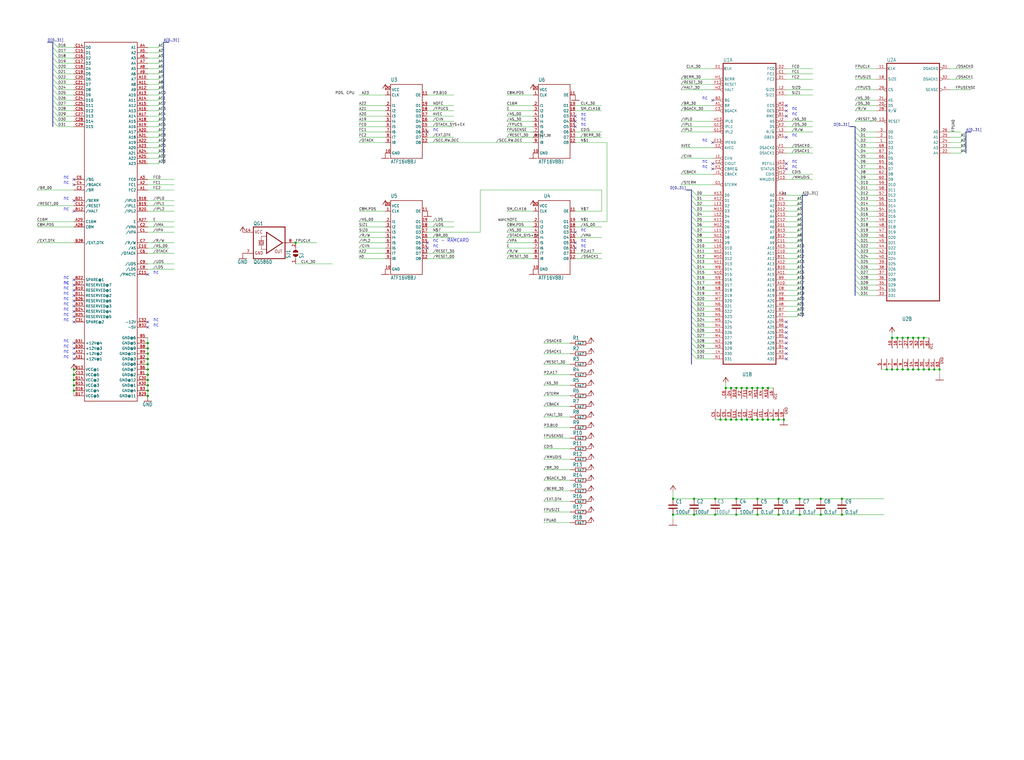
<source format=kicad_sch>
(kicad_sch (version 20231120) (generator "eeschema") (generator_version "8.0")
  (paper "User" 492.76 365.735)
  (lib_symbols
    (symbol "Device:C" (pin_numbers hide) (pin_names (offset 0.254))
      (property "Reference" "C" (at 0.635 2.54 0))
      (property "Value" "C" (at 0.635 -2.54 0))
      (symbol "C_1_1"
        (pin passive line (at 0 3.81 270) (length 2.794) (name "~") (number "1"))
        (pin passive line (at 0 -3.81 90) (length 2.794) (name "~") (number "2"))
      )
    )
    (symbol "MC68030RC_1"
      (property "Reference" "IC" (at -0.635 -0.635 0))
      (symbol "MC68030RC_1_1_0"
        (pin input inverted (at -17.78 50.8 0) (length 5.08) (name "BR") (number "A1"))
        (pin output line (at 17.78 -35.56 180) (length 5.08) (name "A17") (number "A10"))
        (pin output line (at 17.78 -30.48 180) (length 5.08) (name "A15") (number "A11"))
        (pin output line (at 17.78 -25.4 180) (length 5.08) (name "A13") (number "A12"))
        (pin output line (at 17.78 -17.78 180) (length 5.08) (name "A10") (number "A13"))
        (pin output line (at 17.78 7.62 180) (length 5.08) (name "A0") (number "A2"))
        (pin output line (at 17.78 -68.58 180) (length 5.08) (name "A30") (number "A3"))
        (pin output line (at 17.78 -63.5 180) (length 5.08) (name "A28") (number "A4"))
        (pin output line (at 17.78 -58.42 180) (length 5.08) (name "A26") (number "A5"))
        (pin output line (at 17.78 -53.34 180) (length 5.08) (name "A24") (number "A6"))
        (pin output line (at 17.78 -50.8 180) (length 5.08) (name "A23") (number "A7"))
        (pin output line (at 17.78 -45.72 180) (length 5.08) (name "A21") (number "A8"))
        (pin output line (at 17.78 -40.64 180) (length 5.08) (name "A19") (number "A9"))
        (pin output inverted (at 17.78 45.72 180) (length 5.08) (name "RMC") (number "B1"))
        (pin output line (at 17.78 -27.94 180) (length 5.08) (name "A14") (number "B10"))
        (pin output line (at 17.78 -22.86 180) (length 5.08) (name "A12") (number "B11"))
        (pin output line (at 17.78 -12.7 180) (length 5.08) (name "A8") (number "B12"))
        (pin output line (at 17.78 -10.16 180) (length 5.08) (name "A7") (number "B13"))
        (pin output inverted (at -17.78 53.34 0) (length 5.08) (name "BG") (number "B2"))
        (pin output line (at 17.78 -71.12 180) (length 5.08) (name "A31") (number "B3"))
        (pin output line (at 17.78 -66.04 180) (length 5.08) (name "A29") (number "B4"))
        (pin output line (at 17.78 -60.96 180) (length 5.08) (name "A27") (number "B5"))
        (pin output line (at 17.78 -55.88 180) (length 5.08) (name "A25") (number "B6"))
        (pin output line (at 17.78 -48.26 180) (length 5.08) (name "A22") (number "B7"))
        (pin output line (at 17.78 -43.18 180) (length 5.08) (name "A20") (number "B8"))
        (pin output line (at 17.78 -33.02 180) (length 5.08) (name "A16") (number "B9"))
        (pin output line (at 17.78 66.04 180) (length 5.08) (name "FC1") (number "C1"))
        (pin output line (at 17.78 -20.32 180) (length 5.08) (name "A11") (number "C10"))
        (pin output line (at 17.78 -15.24 180) (length 5.08) (name "A9") (number "C11"))
        (pin output line (at 17.78 -5.08 180) (length 5.08) (name "A5") (number "C12"))
        (pin output line (at 17.78 -2.54 180) (length 5.08) (name "A4") (number "C13"))
        (pin output inverted (at -17.78 22.86 0) (length 5.08) (name "CIOUT") (number "C2"))
        (pin input inverted (at -17.78 48.26 0) (length 5.08) (name "BGACK") (number "C3"))
        (pin output line (at 17.78 5.08 180) (length 5.08) (name "A1") (number "C4"))
        (pin output line (at 17.78 -38.1 180) (length 5.08) (name "A18") (number "C8"))
        (pin output line (at 17.78 63.5 180) (length 5.08) (name "FC2") (number "D1"))
        (pin output line (at 17.78 -7.62 180) (length 5.08) (name "A6") (number "D11"))
        (pin output line (at 17.78 0 180) (length 5.08) (name "A3") (number "D12"))
        (pin output line (at 17.78 2.54 180) (length 5.08) (name "A2") (number "D13"))
        (pin output line (at 17.78 68.58 180) (length 5.08) (name "FC0") (number "D2"))
        (pin output inverted (at 17.78 48.26 180) (length 5.08) (name "OCS") (number "D3"))
        (pin no_connect line (at 17.78 11.43 180) (length 5.08) hide (name "NC") (number "D5"))
        (pin input clock (at -17.78 68.58 0) (length 5.08) (name "CLK") (number "E1"))
        (pin no_connect line (at 17.78 11.43 180) (length 5.08) hide (name "NC") (number "E12"))
        (pin output inverted (at -17.78 33.02 0) (length 5.08) (name "IPEND") (number "E13"))
        (pin input inverted (at -17.78 30.48 0) (length 5.08) (name "AVEC") (number "E2"))
        (pin input inverted (at 17.78 30.48 180) (length 5.08) (name "DSACK0") (number "F1"))
        (pin no_connect line (at 17.78 11.43 180) (length 5.08) hide (name "NC") (number "F10"))
        (pin bidirectional inverted (at -17.78 60.96 0) (length 5.08) (name "RESET") (number "F12"))
        (pin input inverted (at 17.78 15.24 180) (length 5.08) (name "MMUDIS") (number "F13"))
        (pin no_connect line (at 17.78 11.43 180) (length 5.08) hide (name "NC") (number "F4"))
        (pin input inverted (at -17.78 12.7 0) (length 5.08) (name "STERM") (number "G1"))
        (pin input inverted (at -17.78 38.1 0) (length 5.08) (name "IPL2") (number "G12"))
        (pin input inverted (at -17.78 40.64 0) (length 5.08) (name "IPL1") (number "G13"))
        (pin input inverted (at 17.78 27.94 180) (length 5.08) (name "DSACK1") (number "G2"))
        (pin input inverted (at -17.78 63.5 0) (length 5.08) (name "BERR") (number "H1"))
        (pin input inverted (at 17.78 17.78 180) (length 5.08) (name "CDIS") (number "H12"))
        (pin input inverted (at -17.78 43.18 0) (length 5.08) (name "IPL0") (number "H13"))
        (pin input inverted (at -17.78 58.42 0) (length 5.08) (name "HALT") (number "H2"))
        (pin input inverted (at -17.78 17.78 0) (length 5.08) (name "CBACK") (number "J1"))
        (pin output inverted (at 17.78 20.32 180) (length 5.08) (name "STATUS") (number "J12"))
        (pin output inverted (at 17.78 22.86 180) (length 5.08) (name "REFILL") (number "J13"))
        (pin output inverted (at 17.78 43.18 180) (length 5.08) (name "AS") (number "J2"))
        (pin output inverted (at -17.78 20.32 0) (length 5.08) (name "CBREQ") (number "K1"))
        (pin bidirectional line (at -17.78 -5.08 0) (length 5.08) (name "D5") (number "K11"))
        (pin bidirectional line (at -17.78 5.08 0) (length 5.08) (name "D1") (number "K12"))
        (pin bidirectional line (at -17.78 7.62 0) (length 5.08) (name "D0") (number "K13"))
        (pin output inverted (at 17.78 40.64 180) (length 5.08) (name "DS") (number "K2"))
        (pin output line (at 17.78 55.88 180) (length 5.08) (name "SIZ1") (number "K3"))
        (pin no_connect line (at 17.78 11.43 180) (length 5.08) hide (name "NC") (number "K5"))
        (pin input inverted (at -17.78 25.4 0) (length 5.08) (name "CIIN") (number "L1"))
        (pin bidirectional line (at -17.78 -17.78 0) (length 5.08) (name "D10") (number "L10"))
        (pin bidirectional line (at -17.78 -10.16 0) (length 5.08) (name "D7") (number "L11"))
        (pin bidirectional line (at -17.78 -2.54 0) (length 5.08) (name "D4") (number "L12"))
        (pin bidirectional line (at -17.78 2.54 0) (length 5.08) (name "D2") (number "L13"))
        (pin output line (at 17.78 58.42 180) (length 5.08) (name "SIZ0") (number "L2"))
        (pin output line (at 17.78 38.1 180) (length 5.08) (name "R/~{W}") (number "L3"))
        (pin bidirectional line (at -17.78 -68.58 0) (length 5.08) (name "D30") (number "L4"))
        (pin output inverted (at 17.78 35.56 180) (length 5.08) (name "DBEN") (number "M1"))
        (pin bidirectional line (at -17.78 -22.86 0) (length 5.08) (name "D12") (number "M10"))
        (pin bidirectional line (at -17.78 -15.24 0) (length 5.08) (name "D9") (number "M11"))
        (pin bidirectional line (at -17.78 -7.62 0) (length 5.08) (name "D6") (number "M12"))
        (pin bidirectional line (at -17.78 0 0) (length 5.08) (name "D3") (number "M13"))
        (pin output inverted (at 17.78 50.8 180) (length 5.08) (name "ECS") (number "M2"))
        (pin bidirectional line (at -17.78 -66.04 0) (length 5.08) (name "D29") (number "M3"))
        (pin bidirectional line (at -17.78 -60.96 0) (length 5.08) (name "D27") (number "M4"))
        (pin bidirectional line (at -17.78 -53.34 0) (length 5.08) (name "D24") (number "M5"))
        (pin bidirectional line (at -17.78 -48.26 0) (length 5.08) (name "D22") (number "M6"))
        (pin bidirectional line (at -17.78 -43.18 0) (length 5.08) (name "D20") (number "M7"))
        (pin bidirectional line (at -17.78 -35.56 0) (length 5.08) (name "D17") (number "M8"))
        (pin bidirectional line (at -17.78 -27.94 0) (length 5.08) (name "D14") (number "M9"))
        (pin bidirectional line (at -17.78 -71.12 0) (length 5.08) (name "D31") (number "N1"))
        (pin bidirectional line (at -17.78 -30.48 0) (length 5.08) (name "D15") (number "N10"))
        (pin bidirectional line (at -17.78 -25.4 0) (length 5.08) (name "D13") (number "N11"))
        (pin bidirectional line (at -17.78 -20.32 0) (length 5.08) (name "D11") (number "N12"))
        (pin bidirectional line (at -17.78 -12.7 0) (length 5.08) (name "D8") (number "N13"))
        (pin bidirectional line (at -17.78 -63.5 0) (length 5.08) (name "D28") (number "N2"))
        (pin bidirectional line (at -17.78 -58.42 0) (length 5.08) (name "D26") (number "N3"))
        (pin bidirectional line (at -17.78 -55.88 0) (length 5.08) (name "D25") (number "N4"))
        (pin bidirectional line (at -17.78 -50.8 0) (length 5.08) (name "D23") (number "N5"))
        (pin bidirectional line (at -17.78 -45.72 0) (length 5.08) (name "D21") (number "N6"))
        (pin bidirectional line (at -17.78 -40.64 0) (length 5.08) (name "D19") (number "N7"))
        (pin bidirectional line (at -17.78 -38.1 0) (length 5.08) (name "D18") (number "N8"))
        (pin bidirectional line (at -17.78 -33.02 0) (length 5.08) (name "D16") (number "N9"))
      )
      (symbol "MC68030RC_1_2_0"
        (text "GND" (at 19.685 -5.08 900) (effects (font (size 1.27 1.0795)) (justify left bottom)))
        (text "VCC" (at 14.605 1.905 900) (effects (font (size 1.27 1.0795)) (justify left bottom)))
        (pin power_in line (at -15.24 -7.62 90) (length 5.08) (name "GND@1") (number "C5"))
        (pin power_in line (at -10.16 7.62 270) (length 5.08) (name "VCC@1") (number "C6"))
        (pin power_in line (at -12.7 -7.62 90) (length 5.08) (name "GND@2") (number "C7"))
        (pin power_in line (at -10.16 -7.62 90) (length 5.08) (name "GND@3") (number "C9"))
        (pin power_in line (at -5.08 7.62 270) (length 5.08) (name "VCC@3") (number "D10"))
        (pin power_in line (at -7.62 7.62 270) (length 5.08) (name "VCC@2") (number "D4"))
        (pin power_in line (at -5.08 -7.62 90) (length 5.08) (name "GND@5") (number "E11"))
        (pin power_in line (at -7.62 -7.62 90) (length 5.08) (name "GND@4") (number "E3"))
        (pin power_in line (at 0 7.62 270) (length 5.08) (name "VCC@5") (number "F11"))
        (pin power_in line (at -2.54 7.62 270) (length 5.08) (name "VCC@4") (number "F2"))
        (pin power_in line (at -2.54 -7.62 90) (length 5.08) (name "GND@6") (number "F3"))
        (pin power_in line (at 2.54 -7.62 90) (length 5.08) (name "GND@8") (number "G11"))
        (pin power_in line (at 0 -7.62 90) (length 5.08) (name "GND@7") (number "G3"))
        (pin power_in line (at 5.08 7.62 270) (length 5.08) (name "VCC@7") (number "H11"))
        (pin power_in line (at 2.54 7.62 270) (length 5.08) (name "VCC@6") (number "H3"))
        (pin power_in line (at 7.62 -7.62 90) (length 5.08) (name "GND@10") (number "J11"))
        (pin power_in line (at 5.08 -7.62 90) (length 5.08) (name "GND@9") (number "J3"))
        (pin power_in line (at 10.16 7.62 270) (length 5.08) (name "VCC@9") (number "K10"))
        (pin power_in line (at 7.62 7.62 270) (length 5.08) (name "VCC@8") (number "K4"))
        (pin power_in line (at 10.16 -7.62 90) (length 5.08) (name "GND@11") (number "L5"))
        (pin power_in line (at 12.7 7.62 270) (length 5.08) (name "VCC@10") (number "L6"))
        (pin power_in line (at 12.7 -7.62 90) (length 5.08) (name "GND@12") (number "L7"))
        (pin power_in line (at 15.24 -7.62 90) (length 5.08) (name "GND@13") (number "L8"))
        (pin power_in line (at 17.78 -7.62 90) (length 5.08) (name "GND@14") (number "L9"))
      )
    )
    (symbol "Performer-SE-PL-CL-eagle-import:ATF16V8BJ"
      (property "Reference" "IC" (at -7.62 19.05 0))
      (property "Value" "ATF16V8BJ" (at -7.62 -20.32 0))
      (symbol "ATF16V8BJ_1_0"
        (pin input line (at -10.16 12.7 0) (length 2.54) (name "CLK") (number "1"))
        (pin power_in line (at -10.16 -15.24 0) (length 2.54) (name "GND") (number "10"))
        (pin input line (at 10.16 12.7 180) (length 2.54) (name "OE") (number "11"))
        (pin output line (at 10.16 -10.16 180) (length 2.54) (name "O8") (number "12"))
        (pin output line (at 10.16 -7.62 180) (length 2.54) (name "O7") (number "13"))
        (pin output line (at 10.16 -5.08 180) (length 2.54) (name "O6") (number "14"))
        (pin output line (at 10.16 -2.54 180) (length 2.54) (name "O5") (number "15"))
        (pin output line (at 10.16 0 180) (length 2.54) (name "O4") (number "16"))
        (pin output line (at 10.16 2.54 180) (length 2.54) (name "O3") (number "17"))
        (pin output line (at 10.16 5.08 180) (length 2.54) (name "O2") (number "18"))
        (pin output line (at 10.16 7.62 180) (length 2.54) (name "O1") (number "19"))
        (pin input line (at -10.16 7.62 0) (length 2.54) (name "I1") (number "2"))
        (pin power_in line (at -10.16 15.24 0) (length 2.54) (name "VCC") (number "20"))
        (pin input line (at -10.16 5.08 0) (length 2.54) (name "I2") (number "3"))
        (pin input line (at -10.16 2.54 0) (length 2.54) (name "I3") (number "4"))
        (pin input line (at -10.16 0 0) (length 2.54) (name "I4") (number "5"))
        (pin input line (at -10.16 -2.54 0) (length 2.54) (name "I5") (number "6"))
        (pin input line (at -10.16 -5.08 0) (length 2.54) (name "I6") (number "7"))
        (pin input line (at -10.16 -7.62 0) (length 2.54) (name "I7") (number "8"))
        (pin input line (at -10.16 -10.16 0) (length 2.54) (name "I8") (number "9"))
      )
    )
    (symbol "Performer-SE-PL-CL-eagle-import:GND" (power)
      (property "Value" "GND" (at -2.54 -2.54 0))
      (symbol "GND_1_0"
        (pin power_in line (at 0 2.54 270) (length 2.54) (name "GND") (number "1"))
      )
    )
    (symbol "Performer-SE-PL-CL-eagle-import:MAC_SE_PDS"
      (symbol "MAC_SE_PDS_1_0"
        (pin bidirectional line (at 17.78 15.24 180) (length 5.08) (name "FC2") (number "A1"))
        (pin bidirectional line (at 17.78 68.58 180) (length 5.08) (name "A7") (number "A10"))
        (pin bidirectional line (at 17.78 66.04 180) (length 5.08) (name "A8") (number "A11"))
        (pin bidirectional line (at 17.78 63.5 180) (length 5.08) (name "A9") (number "A12"))
        (pin bidirectional line (at 17.78 60.96 180) (length 5.08) (name "A10") (number "A13"))
        (pin bidirectional line (at 17.78 58.42 180) (length 5.08) (name "A11") (number "A14"))
        (pin bidirectional line (at 17.78 55.88 180) (length 5.08) (name "A12") (number "A15"))
        (pin bidirectional line (at 17.78 53.34 180) (length 5.08) (name "A13") (number "A16"))
        (pin bidirectional line (at 17.78 50.8 180) (length 5.08) (name "A14") (number "A17"))
        (pin bidirectional line (at 17.78 48.26 180) (length 5.08) (name "A15") (number "A18"))
        (pin bidirectional line (at 17.78 45.72 180) (length 5.08) (name "A16") (number "A19"))
        (pin bidirectional line (at 17.78 17.78 180) (length 5.08) (name "FC1") (number "A2"))
        (pin bidirectional line (at 17.78 43.18 180) (length 5.08) (name "A17") (number "A20"))
        (pin bidirectional line (at 17.78 40.64 180) (length 5.08) (name "A18") (number "A21"))
        (pin bidirectional line (at 17.78 38.1 180) (length 5.08) (name "A19") (number "A22"))
        (pin bidirectional line (at 17.78 35.56 180) (length 5.08) (name "A20") (number "A23"))
        (pin bidirectional line (at 17.78 33.02 180) (length 5.08) (name "A21") (number "A24"))
        (pin bidirectional line (at 17.78 30.48 180) (length 5.08) (name "A22") (number "A25"))
        (pin bidirectional line (at 17.78 27.94 180) (length 5.08) (name "A23") (number "A26"))
        (pin bidirectional line (at 17.78 0 180) (length 5.08) (name "E") (number "A27"))
        (pin bidirectional line (at -17.78 -2.54 0) (length 5.08) (name "C8M") (number "A28"))
        (pin bidirectional line (at -17.78 0 0) (length 5.08) (name "C16M") (number "A29"))
        (pin bidirectional line (at 17.78 20.32 180) (length 5.08) (name "FC0") (number "A3"))
        (pin bidirectional line (at 17.78 -78.74 180) (length 5.08) (name "GND@1") (number "A30"))
        (pin bidirectional line (at -17.78 -66.04 0) (length 5.08) (name "+12V@1") (number "A31"))
        (pin bidirectional line (at -17.78 -63.5 0) (length 5.08) (name "+12V@2") (number "A32"))
        (pin bidirectional line (at 17.78 83.82 180) (length 5.08) (name "A1") (number "A4"))
        (pin bidirectional line (at 17.78 81.28 180) (length 5.08) (name "A2") (number "A5"))
        (pin bidirectional line (at 17.78 78.74 180) (length 5.08) (name "A3") (number "A6"))
        (pin bidirectional line (at 17.78 76.2 180) (length 5.08) (name "A4") (number "A7"))
        (pin bidirectional line (at 17.78 73.66 180) (length 5.08) (name "A5") (number "A8"))
        (pin bidirectional line (at 17.78 71.12 180) (length 5.08) (name "A6") (number "A9"))
        (pin bidirectional line (at 17.78 -73.66 180) (length 5.08) (name "GND@2") (number "B1"))
        (pin bidirectional line (at -17.78 -33.02 0) (length 5.08) (name "RESERVED@1") (number "B10"))
        (pin bidirectional line (at -17.78 -35.56 0) (length 5.08) (name "RESERVED@2") (number "B11"))
        (pin bidirectional line (at -17.78 5.08 0) (length 5.08) (name "/HALT") (number "B12"))
        (pin bidirectional line (at -17.78 -71.12 0) (length 5.08) (name "VCC@1") (number "B13"))
        (pin bidirectional line (at -17.78 -76.2 0) (length 5.08) (name "VCC@2") (number "B14"))
        (pin bidirectional line (at -17.78 -78.74 0) (length 5.08) (name "VCC@3") (number "B15"))
        (pin bidirectional line (at -17.78 -81.28 0) (length 5.08) (name "VCC@4") (number "B16"))
        (pin bidirectional line (at -17.78 -83.82 0) (length 5.08) (name "VCC@5") (number "B17"))
        (pin bidirectional line (at 17.78 10.16 180) (length 5.08) (name "/IPL0") (number "B18"))
        (pin bidirectional line (at 17.78 7.62 180) (length 5.08) (name "/IPL1") (number "B19"))
        (pin bidirectional line (at 17.78 -66.04 180) (length 5.08) (name "GND@3") (number "B2"))
        (pin bidirectional line (at 17.78 5.08 180) (length 5.08) (name "/IPL2") (number "B20"))
        (pin bidirectional line (at -17.78 10.16 0) (length 5.08) (name "/BERR") (number "B21"))
        (pin bidirectional line (at -17.78 -27.94 0) (length 5.08) (name "SPARE@1") (number "B22"))
        (pin bidirectional line (at -17.78 -40.64 0) (length 5.08) (name "RESERVED@3") (number "B23"))
        (pin bidirectional line (at -17.78 -43.18 0) (length 5.08) (name "RESERVED@4") (number "B24"))
        (pin bidirectional line (at -17.78 -45.72 0) (length 5.08) (name "RESERVED@5") (number "B25"))
        (pin bidirectional line (at -17.78 -38.1 0) (length 5.08) (name "RESERVED@6") (number "B26"))
        (pin bidirectional line (at -17.78 -30.48 0) (length 5.08) (name "RESERVED@7") (number "B27"))
        (pin bidirectional line (at -17.78 -10.16 0) (length 5.08) (name "/EXT.DTK") (number "B28"))
        (pin bidirectional line (at 17.78 -83.82 180) (length 5.08) (name "GND@11") (number "B29"))
        (pin bidirectional line (at 17.78 -81.28 180) (length 5.08) (name "GND@4") (number "B3"))
        (pin bidirectional line (at -17.78 -60.96 0) (length 5.08) (name "+12V@3") (number "B30"))
        (pin bidirectional line (at -17.78 -58.42 0) (length 5.08) (name "+12V@4") (number "B31"))
        (pin bidirectional line (at 17.78 -50.8 180) (length 5.08) (name "-5V") (number "B32"))
        (pin bidirectional line (at 17.78 -58.42 180) (length 5.08) (name "GND@5") (number "B4"))
        (pin bidirectional line (at 17.78 -55.88 180) (length 5.08) (name "GND@6") (number "B5"))
        (pin bidirectional line (at 17.78 -71.12 180) (length 5.08) (name "GND@7") (number "B6"))
        (pin bidirectional line (at 17.78 -68.58 180) (length 5.08) (name "GND@8") (number "B7"))
        (pin bidirectional line (at 17.78 -60.96 180) (length 5.08) (name "GND@9") (number "B8"))
        (pin bidirectional line (at 17.78 -63.5 180) (length 5.08) (name "GND@10") (number "B9"))
        (pin bidirectional line (at 17.78 -5.08 180) (length 5.08) (name "/VPA") (number "C1"))
        (pin bidirectional line (at 17.78 -12.7 180) (length 5.08) (name "/AS") (number "C10"))
        (pin bidirectional line (at 17.78 -25.4 180) (length 5.08) (name "/PMCYC") (number "C11"))
        (pin bidirectional line (at -17.78 7.62 0) (length 5.08) (name "/RESET") (number "C12"))
        (pin bidirectional line (at -17.78 -73.66 0) (length 5.08) (name "VCC@6") (number "C13"))
        (pin bidirectional line (at -17.78 83.82 0) (length 5.08) (name "D0") (number "C14"))
        (pin bidirectional line (at -17.78 81.28 0) (length 5.08) (name "D1") (number "C15"))
        (pin bidirectional line (at -17.78 78.74 0) (length 5.08) (name "D2") (number "C16"))
        (pin bidirectional line (at -17.78 76.2 0) (length 5.08) (name "D3") (number "C17"))
        (pin bidirectional line (at -17.78 73.66 0) (length 5.08) (name "D4") (number "C18"))
        (pin bidirectional line (at -17.78 71.12 0) (length 5.08) (name "D5") (number "C19"))
        (pin bidirectional line (at 17.78 -2.54 180) (length 5.08) (name "/VMA") (number "C2"))
        (pin bidirectional line (at -17.78 68.58 0) (length 5.08) (name "D6") (number "C20"))
        (pin bidirectional line (at -17.78 66.04 0) (length 5.08) (name "D7") (number "C21"))
        (pin bidirectional line (at -17.78 63.5 0) (length 5.08) (name "D8") (number "C22"))
        (pin bidirectional line (at -17.78 60.96 0) (length 5.08) (name "D9") (number "C23"))
        (pin bidirectional line (at -17.78 58.42 0) (length 5.08) (name "D10") (number "C24"))
        (pin bidirectional line (at -17.78 55.88 0) (length 5.08) (name "D11") (number "C25"))
        (pin bidirectional line (at -17.78 53.34 0) (length 5.08) (name "D12") (number "C26"))
        (pin bidirectional line (at -17.78 50.8 0) (length 5.08) (name "D13") (number "C27"))
        (pin bidirectional line (at -17.78 48.26 0) (length 5.08) (name "D14") (number "C28"))
        (pin bidirectional line (at -17.78 45.72 0) (length 5.08) (name "D15") (number "C29"))
        (pin bidirectional line (at -17.78 15.24 0) (length 5.08) (name "/BR") (number "C3"))
        (pin bidirectional line (at 17.78 -76.2 180) (length 5.08) (name "GND@12") (number "C30"))
        (pin bidirectional line (at -17.78 -48.26 0) (length 5.08) (name "SPARE@2") (number "C31"))
        (pin bidirectional line (at 17.78 -48.26 180) (length 5.08) (name "-12V") (number "C32"))
        (pin bidirectional line (at -17.78 17.78 0) (length 5.08) (name "/BGACK") (number "C4"))
        (pin bidirectional line (at -17.78 20.32 0) (length 5.08) (name "/BG") (number "C5"))
        (pin bidirectional line (at 17.78 -15.24 180) (length 5.08) (name "/DTACK") (number "C6"))
        (pin bidirectional line (at 17.78 -10.16 180) (length 5.08) (name "/R/W") (number "C7"))
        (pin bidirectional line (at 17.78 -22.86 180) (length 5.08) (name "/LDS") (number "C8"))
        (pin bidirectional line (at 17.78 -20.32 180) (length 5.08) (name "/UDS") (number "C9"))
      )
    )
    (symbol "Performer-SE-PL-CL-eagle-import:MC68030RC"
      (property "Reference" "IC" (at -0.635 -0.635 0))
      (symbol "MC68030RC_1_0"
        (pin input inverted (at -17.78 50.8 0) (length 5.08) (name "BR") (number "A1"))
        (pin output line (at 17.78 -35.56 180) (length 5.08) (name "A17") (number "A10"))
        (pin output line (at 17.78 -30.48 180) (length 5.08) (name "A15") (number "A11"))
        (pin output line (at 17.78 -25.4 180) (length 5.08) (name "A13") (number "A12"))
        (pin output line (at 17.78 -17.78 180) (length 5.08) (name "A10") (number "A13"))
        (pin output line (at 17.78 7.62 180) (length 5.08) (name "A0") (number "A2"))
        (pin output line (at 17.78 -68.58 180) (length 5.08) (name "A30") (number "A3"))
        (pin output line (at 17.78 -63.5 180) (length 5.08) (name "A28") (number "A4"))
        (pin output line (at 17.78 -58.42 180) (length 5.08) (name "A26") (number "A5"))
        (pin output line (at 17.78 -53.34 180) (length 5.08) (name "A24") (number "A6"))
        (pin output line (at 17.78 -50.8 180) (length 5.08) (name "A23") (number "A7"))
        (pin output line (at 17.78 -45.72 180) (length 5.08) (name "A21") (number "A8"))
        (pin output line (at 17.78 -40.64 180) (length 5.08) (name "A19") (number "A9"))
        (pin output inverted (at 17.78 45.72 180) (length 5.08) (name "RMC") (number "B1"))
        (pin output line (at 17.78 -27.94 180) (length 5.08) (name "A14") (number "B10"))
        (pin output line (at 17.78 -22.86 180) (length 5.08) (name "A12") (number "B11"))
        (pin output line (at 17.78 -12.7 180) (length 5.08) (name "A8") (number "B12"))
        (pin output line (at 17.78 -10.16 180) (length 5.08) (name "A7") (number "B13"))
        (pin output inverted (at -17.78 53.34 0) (length 5.08) (name "BG") (number "B2"))
        (pin output line (at 17.78 -71.12 180) (length 5.08) (name "A31") (number "B3"))
        (pin output line (at 17.78 -66.04 180) (length 5.08) (name "A29") (number "B4"))
        (pin output line (at 17.78 -60.96 180) (length 5.08) (name "A27") (number "B5"))
        (pin output line (at 17.78 -55.88 180) (length 5.08) (name "A25") (number "B6"))
        (pin output line (at 17.78 -48.26 180) (length 5.08) (name "A22") (number "B7"))
        (pin output line (at 17.78 -43.18 180) (length 5.08) (name "A20") (number "B8"))
        (pin output line (at 17.78 -33.02 180) (length 5.08) (name "A16") (number "B9"))
        (pin output line (at 17.78 66.04 180) (length 5.08) (name "FC1") (number "C1"))
        (pin output line (at 17.78 -20.32 180) (length 5.08) (name "A11") (number "C10"))
        (pin output line (at 17.78 -15.24 180) (length 5.08) (name "A9") (number "C11"))
        (pin output line (at 17.78 -5.08 180) (length 5.08) (name "A5") (number "C12"))
        (pin output line (at 17.78 -2.54 180) (length 5.08) (name "A4") (number "C13"))
        (pin output inverted (at -17.78 22.86 0) (length 5.08) (name "CIOUT") (number "C2"))
        (pin input inverted (at -17.78 48.26 0) (length 5.08) (name "BGACK") (number "C3"))
        (pin output line (at 17.78 5.08 180) (length 5.08) (name "A1") (number "C4"))
        (pin output line (at 17.78 -38.1 180) (length 5.08) (name "A18") (number "C8"))
        (pin output line (at 17.78 63.5 180) (length 5.08) (name "FC2") (number "D1"))
        (pin output line (at 17.78 -7.62 180) (length 5.08) (name "A6") (number "D11"))
        (pin output line (at 17.78 0 180) (length 5.08) (name "A3") (number "D12"))
        (pin output line (at 17.78 2.54 180) (length 5.08) (name "A2") (number "D13"))
        (pin output line (at 17.78 68.58 180) (length 5.08) (name "FC0") (number "D2"))
        (pin output inverted (at 17.78 48.26 180) (length 5.08) (name "OCS") (number "D3"))
        (pin input clock (at -17.78 68.58 0) (length 5.08) (name "CLK") (number "E1"))
        (pin output inverted (at -17.78 33.02 0) (length 5.08) (name "IPEND") (number "E13"))
        (pin input inverted (at -17.78 30.48 0) (length 5.08) (name "AVEC") (number "E2"))
        (pin input inverted (at 17.78 30.48 180) (length 5.08) (name "DSACK0") (number "F1"))
        (pin bidirectional inverted (at -17.78 60.96 0) (length 5.08) (name "RESET") (number "F12"))
        (pin input inverted (at 17.78 15.24 180) (length 5.08) (name "MMUDIS") (number "F13"))
        (pin input inverted (at -17.78 12.7 0) (length 5.08) (name "STERM") (number "G1"))
        (pin input inverted (at -17.78 38.1 0) (length 5.08) (name "IPL2") (number "G12"))
        (pin input inverted (at -17.78 40.64 0) (length 5.08) (name "IPL1") (number "G13"))
        (pin input inverted (at 17.78 27.94 180) (length 5.08) (name "DSACK1") (number "G2"))
        (pin input inverted (at -17.78 63.5 0) (length 5.08) (name "BERR") (number "H1"))
        (pin input inverted (at 17.78 17.78 180) (length 5.08) (name "CDIS") (number "H12"))
        (pin input inverted (at -17.78 43.18 0) (length 5.08) (name "IPL0") (number "H13"))
        (pin input inverted (at -17.78 58.42 0) (length 5.08) (name "HALT") (number "H2"))
        (pin input inverted (at -17.78 17.78 0) (length 5.08) (name "CBACK") (number "J1"))
        (pin output inverted (at 17.78 20.32 180) (length 5.08) (name "STATUS") (number "J12"))
        (pin output inverted (at 17.78 22.86 180) (length 5.08) (name "REFILL") (number "J13"))
        (pin output inverted (at 17.78 43.18 180) (length 5.08) (name "AS") (number "J2"))
        (pin output inverted (at -17.78 20.32 0) (length 5.08) (name "CBREQ") (number "K1"))
        (pin bidirectional line (at -17.78 -5.08 0) (length 5.08) (name "D5") (number "K11"))
        (pin bidirectional line (at -17.78 5.08 0) (length 5.08) (name "D1") (number "K12"))
        (pin bidirectional line (at -17.78 7.62 0) (length 5.08) (name "D0") (number "K13"))
        (pin output inverted (at 17.78 40.64 180) (length 5.08) (name "DS") (number "K2"))
        (pin output line (at 17.78 55.88 180) (length 5.08) (name "SIZ1") (number "K3"))
        (pin input inverted (at -17.78 25.4 0) (length 5.08) (name "CIIN") (number "L1"))
        (pin bidirectional line (at -17.78 -17.78 0) (length 5.08) (name "D10") (number "L10"))
        (pin bidirectional line (at -17.78 -10.16 0) (length 5.08) (name "D7") (number "L11"))
        (pin bidirectional line (at -17.78 -2.54 0) (length 5.08) (name "D4") (number "L12"))
        (pin bidirectional line (at -17.78 2.54 0) (length 5.08) (name "D2") (number "L13"))
        (pin output line (at 17.78 58.42 180) (length 5.08) (name "SIZ0") (number "L2"))
        (pin output line (at 17.78 38.1 180) (length 5.08) (name "R/~{W}") (number "L3"))
        (pin bidirectional line (at -17.78 -68.58 0) (length 5.08) (name "D30") (number "L4"))
        (pin output inverted (at 17.78 35.56 180) (length 5.08) (name "DBEN") (number "M1"))
        (pin bidirectional line (at -17.78 -22.86 0) (length 5.08) (name "D12") (number "M10"))
        (pin bidirectional line (at -17.78 -15.24 0) (length 5.08) (name "D9") (number "M11"))
        (pin bidirectional line (at -17.78 -7.62 0) (length 5.08) (name "D6") (number "M12"))
        (pin bidirectional line (at -17.78 0 0) (length 5.08) (name "D3") (number "M13"))
        (pin output inverted (at 17.78 50.8 180) (length 5.08) (name "ECS") (number "M2"))
        (pin bidirectional line (at -17.78 -66.04 0) (length 5.08) (name "D29") (number "M3"))
        (pin bidirectional line (at -17.78 -60.96 0) (length 5.08) (name "D27") (number "M4"))
        (pin bidirectional line (at -17.78 -53.34 0) (length 5.08) (name "D24") (number "M5"))
        (pin bidirectional line (at -17.78 -48.26 0) (length 5.08) (name "D22") (number "M6"))
        (pin bidirectional line (at -17.78 -43.18 0) (length 5.08) (name "D20") (number "M7"))
        (pin bidirectional line (at -17.78 -35.56 0) (length 5.08) (name "D17") (number "M8"))
        (pin bidirectional line (at -17.78 -27.94 0) (length 5.08) (name "D14") (number "M9"))
        (pin bidirectional line (at -17.78 -71.12 0) (length 5.08) (name "D31") (number "N1"))
        (pin bidirectional line (at -17.78 -30.48 0) (length 5.08) (name "D15") (number "N10"))
        (pin bidirectional line (at -17.78 -25.4 0) (length 5.08) (name "D13") (number "N11"))
        (pin bidirectional line (at -17.78 -20.32 0) (length 5.08) (name "D11") (number "N12"))
        (pin bidirectional line (at -17.78 -12.7 0) (length 5.08) (name "D8") (number "N13"))
        (pin bidirectional line (at -17.78 -63.5 0) (length 5.08) (name "D28") (number "N2"))
        (pin bidirectional line (at -17.78 -58.42 0) (length 5.08) (name "D26") (number "N3"))
        (pin bidirectional line (at -17.78 -55.88 0) (length 5.08) (name "D25") (number "N4"))
        (pin bidirectional line (at -17.78 -50.8 0) (length 5.08) (name "D23") (number "N5"))
        (pin bidirectional line (at -17.78 -45.72 0) (length 5.08) (name "D21") (number "N6"))
        (pin bidirectional line (at -17.78 -40.64 0) (length 5.08) (name "D19") (number "N7"))
        (pin bidirectional line (at -17.78 -38.1 0) (length 5.08) (name "D18") (number "N8"))
        (pin bidirectional line (at -17.78 -33.02 0) (length 5.08) (name "D16") (number "N9"))
      )
      (symbol "MC68030RC_2_0"
        (text "GND" (at 19.685 -5.08 900) (effects (font (size 1.27 1.0795)) (justify left bottom)))
        (text "VCC" (at 14.605 1.905 900) (effects (font (size 1.27 1.0795)) (justify left bottom)))
        (pin power_in line (at -15.24 -7.62 90) (length 5.08) (name "GND@1") (number "C5"))
        (pin power_in line (at -10.16 7.62 270) (length 5.08) (name "VCC@1") (number "C6"))
        (pin power_in line (at -12.7 -7.62 90) (length 5.08) (name "GND@2") (number "C7"))
        (pin power_in line (at -10.16 -7.62 90) (length 5.08) (name "GND@3") (number "C9"))
        (pin power_in line (at -5.08 7.62 270) (length 5.08) (name "VCC@3") (number "D10"))
        (pin power_in line (at -7.62 7.62 270) (length 5.08) (name "VCC@2") (number "D4"))
        (pin power_in line (at -5.08 -7.62 90) (length 5.08) (name "GND@5") (number "E11"))
        (pin power_in line (at -7.62 -7.62 90) (length 5.08) (name "GND@4") (number "E3"))
        (pin power_in line (at 0 7.62 270) (length 5.08) (name "VCC@5") (number "F11"))
        (pin power_in line (at -2.54 7.62 270) (length 5.08) (name "VCC@4") (number "F2"))
        (pin power_in line (at -2.54 -7.62 90) (length 5.08) (name "GND@6") (number "F3"))
        (pin power_in line (at 2.54 -7.62 90) (length 5.08) (name "GND@8") (number "G11"))
        (pin power_in line (at 0 -7.62 90) (length 5.08) (name "GND@7") (number "G3"))
        (pin power_in line (at 5.08 7.62 270) (length 5.08) (name "VCC@7") (number "H11"))
        (pin power_in line (at 2.54 7.62 270) (length 5.08) (name "VCC@6") (number "H3"))
        (pin power_in line (at 7.62 -7.62 90) (length 5.08) (name "GND@10") (number "J11"))
        (pin power_in line (at 5.08 -7.62 90) (length 5.08) (name "GND@9") (number "J3"))
        (pin power_in line (at 10.16 7.62 270) (length 5.08) (name "VCC@9") (number "K10"))
        (pin power_in line (at 7.62 7.62 270) (length 5.08) (name "VCC@8") (number "K4"))
        (pin power_in line (at 10.16 -7.62 90) (length 5.08) (name "GND@11") (number "L5"))
        (pin power_in line (at 12.7 7.62 270) (length 5.08) (name "VCC@10") (number "L6"))
        (pin power_in line (at 12.7 -7.62 90) (length 5.08) (name "GND@12") (number "L7"))
        (pin power_in line (at 15.24 -7.62 90) (length 5.08) (name "GND@13") (number "L8"))
        (pin power_in line (at 17.78 -7.62 90) (length 5.08) (name "GND@14") (number "L9"))
      )
    )
    (symbol "Performer-SE-PL-CL-eagle-import:MC68881FN-SOC"
      (property "Reference" "IC" (at -0.635 -0.635 0))
      (symbol "MC68881FN-SOC_1_0"
        (pin bidirectional line (at -17.78 17.78 0) (length 5.08) (name "D2") (number "1"))
        (pin input clock (at -17.78 53.34 0) (length 5.08) (name "CLK") (number "11"))
        (pin input inverted (at -17.78 27.94 0) (length 5.08) (name "RESET") (number "13"))
        (pin no_connect line (at 17.78 -16.51 180) (length 5.08) hide (name "NC") (number "15"))
        (pin input line (at -17.78 48.26 0) (length 5.08) (name "SIZE") (number "18"))
        (pin bidirectional line (at -17.78 20.32 0) (length 5.08) (name "D1") (number "2"))
        (pin input inverted (at -17.78 35.56 0) (length 5.08) (name "DS") (number "20"))
        (pin input inverted (at -17.78 38.1 0) (length 5.08) (name "AS") (number "21"))
        (pin input line (at 17.78 12.7 180) (length 5.08) (name "A4") (number "22"))
        (pin input line (at 17.78 15.24 180) (length 5.08) (name "A3") (number "23"))
        (pin input line (at 17.78 17.78 180) (length 5.08) (name "A2") (number "24"))
        (pin input line (at 17.78 20.32 180) (length 5.08) (name "A1") (number "25"))
        (pin input line (at 17.78 22.86 180) (length 5.08) (name "A0") (number "26"))
        (pin input line (at -17.78 33.02 0) (length 5.08) (name "R/~{W}") (number "28"))
        (pin input inverted (at -17.78 43.18 0) (length 5.08) (name "CS") (number "29"))
        (pin bidirectional line (at -17.78 22.86 0) (length 5.08) (name "D0") (number "3"))
        (pin output inverted (at 17.78 53.34 180) (length 5.08) (name "DSACK0") (number "31"))
        (pin output inverted (at 17.78 48.26 180) (length 5.08) (name "DSACK1") (number "32"))
        (pin bidirectional line (at -17.78 -55.88 0) (length 5.08) (name "D31") (number "33"))
        (pin bidirectional line (at -17.78 -53.34 0) (length 5.08) (name "D30") (number "34"))
        (pin bidirectional line (at -17.78 -50.8 0) (length 5.08) (name "D29") (number "35"))
        (pin bidirectional line (at -17.78 -48.26 0) (length 5.08) (name "D28") (number "36"))
        (pin bidirectional line (at -17.78 -45.72 0) (length 5.08) (name "D27") (number "37"))
        (pin bidirectional line (at -17.78 -43.18 0) (length 5.08) (name "D26") (number "38"))
        (pin bidirectional line (at -17.78 -40.64 0) (length 5.08) (name "D25") (number "39"))
        (pin bidirectional inverted (at 17.78 43.18 180) (length 5.08) (name "SENSE") (number "4"))
        (pin bidirectional line (at -17.78 -38.1 0) (length 5.08) (name "D24") (number "40"))
        (pin bidirectional line (at -17.78 -35.56 0) (length 5.08) (name "D23") (number "42"))
        (pin bidirectional line (at -17.78 -33.02 0) (length 5.08) (name "D22") (number "44"))
        (pin bidirectional line (at -17.78 -30.48 0) (length 5.08) (name "D21") (number "45"))
        (pin bidirectional line (at -17.78 -27.94 0) (length 5.08) (name "D20") (number "46"))
        (pin bidirectional line (at -17.78 -25.4 0) (length 5.08) (name "D19") (number "47"))
        (pin bidirectional line (at -17.78 -22.86 0) (length 5.08) (name "D18") (number "48"))
        (pin bidirectional line (at -17.78 -20.32 0) (length 5.08) (name "D17") (number "49"))
        (pin bidirectional line (at -17.78 -17.78 0) (length 5.08) (name "D16") (number "50"))
        (pin bidirectional line (at -17.78 -15.24 0) (length 5.08) (name "D15") (number "54"))
        (pin bidirectional line (at -17.78 -12.7 0) (length 5.08) (name "D14") (number "55"))
        (pin bidirectional line (at -17.78 -10.16 0) (length 5.08) (name "D13") (number "56"))
        (pin bidirectional line (at -17.78 -7.62 0) (length 5.08) (name "D12") (number "57"))
        (pin bidirectional line (at -17.78 -5.08 0) (length 5.08) (name "D11") (number "58"))
        (pin bidirectional line (at -17.78 -2.54 0) (length 5.08) (name "D10") (number "59"))
        (pin bidirectional line (at -17.78 0 0) (length 5.08) (name "D9") (number "60"))
        (pin bidirectional line (at -17.78 2.54 0) (length 5.08) (name "D8") (number "62"))
        (pin bidirectional line (at -17.78 5.08 0) (length 5.08) (name "D7") (number "64"))
        (pin bidirectional line (at -17.78 7.62 0) (length 5.08) (name "D6") (number "65"))
        (pin bidirectional line (at -17.78 10.16 0) (length 5.08) (name "D5") (number "66"))
        (pin bidirectional line (at -17.78 12.7 0) (length 5.08) (name "D4") (number "67"))
        (pin bidirectional line (at -17.78 15.24 0) (length 5.08) (name "D3") (number "68"))
      )
      (symbol "MC68881FN-SOC_2_0"
        (text "GND" (at 17.145 -5.08 900) (effects (font (size 1.27 1.0795)) (justify left bottom)))
        (text "VCC" (at 12.065 1.905 900) (effects (font (size 1.27 1.0795)) (justify left bottom)))
        (pin power_in line (at -7.62 7.62 270) (length 5.08) (name "VCC@1") (number "10"))
        (pin power_in line (at 0 -7.62 90) (length 5.08) (name "GND@6") (number "12"))
        (pin power_in line (at 2.54 -7.62 90) (length 5.08) (name "GND@7") (number "14"))
        (pin power_in line (at -5.08 7.62 270) (length 5.08) (name "VCC@2") (number "16"))
        (pin power_in line (at -2.54 7.62 270) (length 5.08) (name "VCC@3") (number "17"))
        (pin power_in line (at 5.08 -7.62 90) (length 5.08) (name "GND@8") (number "19"))
        (pin power_in line (at 0 7.62 270) (length 5.08) (name "VCC@4") (number "27"))
        (pin power_in line (at 7.62 -7.62 90) (length 5.08) (name "GND@9") (number "30"))
        (pin power_in line (at 10.16 -7.62 90) (length 5.08) (name "GND@10") (number "41"))
        (pin power_in line (at 2.54 7.62 270) (length 5.08) (name "VCC@5") (number "43"))
        (pin power_in line (at -12.7 -7.62 90) (length 5.08) (name "GND@1") (number "5"))
        (pin power_in line (at 12.7 -7.62 90) (length 5.08) (name "GND@11") (number "51"))
        (pin power_in line (at 5.08 7.62 270) (length 5.08) (name "VCC@6") (number "52"))
        (pin power_in line (at 7.62 7.62 270) (length 5.08) (name "VCC@7") (number "53"))
        (pin power_in line (at -10.16 -7.62 90) (length 5.08) (name "GND@2") (number "6"))
        (pin power_in line (at 10.16 7.62 270) (length 5.08) (name "VCC@8") (number "61"))
        (pin power_in line (at 15.24 -7.62 90) (length 5.08) (name "GND@12") (number "63"))
        (pin power_in line (at -7.62 -7.62 90) (length 5.08) (name "GND@3") (number "7"))
        (pin power_in line (at -5.08 -7.62 90) (length 5.08) (name "GND@4") (number "8"))
        (pin power_in line (at -2.54 -7.62 90) (length 5.08) (name "GND@5") (number "9"))
      )
    )
    (symbol "Performer-SE-PL-CL-eagle-import:QG5860"
      (property "Reference" "QG" (at -7.62 8.255 0))
      (property "Value" "QG5860" (at -7.62 -10.16 0))
      (symbol "QG5860_1_0"
        (text "GND" (at -6.985 -5.842 0) (effects (font (size 1.524 1.2954)) (justify left bottom)))
        (text "OUT" (at 2.54 -5.08 0) (effects (font (size 1.524 1.2954)) (justify left bottom)))
        (text "VCC" (at -6.985 4.318 0) (effects (font (size 1.524 1.2954)) (justify left bottom)))
        (pin no_connect line (at -12.7 1.27 0) (length 5.08) hide (name "NC") (number "1"))
        (pin power_in line (at -12.7 5.08 0) (length 5.08) (name "VCC") (number "14"))
        (pin power_in line (at -12.7 -5.08 0) (length 5.08) (name "GND") (number "7"))
        (pin output line (at 12.7 0 180) (length 5.08) (name "OUT") (number "8"))
      )
    )
    (symbol "Performer-SE-PL-CL-eagle-import:R-EU_R1206"
      (property "Reference" "R" (at -3.81 1.4986 0))
      (property "Value" "R-EU_R1206" (at -3.81 -3.302 0))
      (symbol "R-EU_R1206_1_0"
        (pin passive line (at -5.08 0 0) (length 2.54) (name "1") (number "1"))
        (pin passive line (at 5.08 0 180) (length 2.54) (name "2") (number "2"))
      )
    )
    (symbol "Performer-SE-PL-CL-eagle-import:SJ"
      (property "Reference" "SJ" (at -2.54 2.54 0))
      (property "Value" "SJ" (at -2.54 -3.81 0))
      (symbol "SJ_1_0"
        (pin passive line (at -5.08 0 0) (length 2.54) (name "1") (number "1"))
        (pin passive line (at 5.08 0 180) (length 2.54) (name "2") (number "2"))
      )
    )
    (symbol "Performer-SE-PL-CL-eagle-import:VCC" (power)
      (property "Value" "VCC" (at -2.54 -2.54 90))
      (symbol "VCC_1_0"
        (pin power_in line (at 0 -2.54 90) (length 2.54) (name "VCC") (number "1"))
      )
    )
  )
  (junction (at 369.57 186.69))
  (junction (at 359.41 201.93))
  (junction (at 349.25 201.93))
  (junction (at 35.56 182.88))
  (junction (at 367.03 201.93))
  (junction (at 344.17 247.65))
  (junction (at 35.56 180.34))
  (junction (at 35.56 177.8))
  (junction (at 434.34 177.8))
  (junction (at 431.8 177.8))
  (junction (at 436.88 177.8))
  (junction (at 364.49 201.93))
  (junction (at 361.95 201.93))
  (junction (at 369.57 201.93))
  (junction (at 434.34 162.56))
  (junction (at 356.87 201.93))
  (junction (at 361.95 186.69))
  (junction (at 377.19 201.93))
  (junction (at 449.58 177.8))
  (junction (at 71.12 172.72))
  (junction (at 374.65 247.65))
  (junction (at 71.12 175.26))
  (junction (at 71.12 190.5))
  (junction (at 384.81 247.65))
  (junction (at 436.88 162.56))
  (junction (at 71.12 187.96))
  (junction (at 359.41 186.69))
  (junction (at 351.79 201.93))
  (junction (at 354.33 201.93))
  (junction (at 354.33 240.03))
  (junction (at 349.25 186.69))
  (junction (at 405.13 247.65))
  (junction (at 71.12 177.8))
  (junction (at 351.79 186.69))
  (junction (at 344.17 240.03))
  (junction (at 394.97 247.65))
  (junction (at 323.85 240.03))
  (junction (at 374.65 201.93))
  (junction (at 35.56 187.96))
  (junction (at 394.97 240.03))
  (junction (at 142.24 116.84))
  (junction (at 346.71 201.93))
  (junction (at 447.04 177.8))
  (junction (at 71.12 180.34))
  (junction (at 354.33 247.65))
  (junction (at 364.49 186.69))
  (junction (at 71.12 165.1))
  (junction (at 374.65 240.03))
  (junction (at 372.11 201.93))
  (junction (at 384.81 240.03))
  (junction (at 334.01 247.65))
  (junction (at 441.96 162.56))
  (junction (at 71.12 182.88))
  (junction (at 356.87 186.69))
  (junction (at 439.42 162.56))
  (junction (at 71.12 167.64))
  (junction (at 426.72 177.8))
  (junction (at 71.12 170.18))
  (junction (at 334.01 240.03))
  (junction (at 429.26 162.56))
  (junction (at 367.03 186.69))
  (junction (at 35.56 185.42))
  (junction (at 71.12 185.42))
  (junction (at 452.12 177.8))
  (junction (at 364.49 247.65))
  (junction (at 444.5 162.56))
  (junction (at 429.26 177.8))
  (junction (at 405.13 240.03))
  (junction (at 431.8 162.56))
  (junction (at 364.49 240.03))
  (junction (at 354.33 186.69))
  (junction (at 444.5 177.8))
  (junction (at 441.96 177.8))
  (junction (at 439.42 177.8))
  (junction (at 323.85 247.65))
  (no_connect (at 35.56 139.7))
  (no_connect (at 276.86 58.42))
  (no_connect (at 378.46 167.64))
  (no_connect (at 378.46 157.48))
  (no_connect (at 378.46 170.18))
  (no_connect (at 35.56 137.16))
  (no_connect (at 276.86 60.96))
  (no_connect (at 342.9 48.26))
  (no_connect (at 378.46 165.1))
  (no_connect (at 276.86 55.88))
  (no_connect (at 35.56 144.78))
  (no_connect (at 205.74 119.38))
  (no_connect (at 35.56 101.6))
  (no_connect (at 35.56 154.94))
  (no_connect (at 378.46 81.28))
  (no_connect (at 71.12 154.94))
  (no_connect (at 35.56 165.1))
  (no_connect (at 205.74 63.5))
  (no_connect (at 35.56 86.36))
  (no_connect (at 35.56 88.9))
  (no_connect (at 378.46 55.88))
  (no_connect (at 378.46 162.56))
  (no_connect (at 35.56 152.4))
  (no_connect (at 35.56 134.62))
  (no_connect (at 35.56 172.72))
  (no_connect (at 378.46 160.02))
  (no_connect (at 276.86 111.76))
  (no_connect (at 378.46 172.72))
  (no_connect (at 378.46 78.74))
  (no_connect (at 378.46 154.94))
  (no_connect (at 276.86 119.38))
  (no_connect (at 35.56 167.64))
  (no_connect (at 342.9 68.58))
  (no_connect (at 35.56 170.18))
  (no_connect (at 342.9 81.28))
  (no_connect (at 378.46 53.34))
  (no_connect (at 378.46 50.8))
  (no_connect (at 378.46 66.04))
  (no_connect (at 35.56 96.52))
  (no_connect (at 35.56 149.86))
  (no_connect (at 35.56 142.24))
  (no_connect (at 71.12 157.48))
  (no_connect (at 35.56 147.32))
  (no_connect (at 342.9 78.74))
  (no_connect (at 205.74 116.84))
  (no_connect (at 276.86 116.84))
  (no_connect (at 71.12 132.08))
  (bus_entry (at 27.94 35.56) (size -2.54 -2.54))
  (bus_entry (at 414.02 137.16) (size -2.54 -2.54))
  (bus_entry (at 335.28 172.72) (size -2.54 -2.54))
  (bus_entry (at 414.02 106.68) (size -2.54 -2.54))
  (bus_entry (at 335.28 149.86) (size -2.54 -2.54))
  (bus_entry (at 335.28 154.94) (size -2.54 -2.54))
  (bus_entry (at 383.54 96.52) (size 2.54 -2.54))
  (bus_entry (at 27.94 50.8) (size -2.54 -2.54))
  (bus_entry (at 335.28 165.1) (size -2.54 -2.54))
  (bus_entry (at 27.94 60.96) (size -2.54 -2.54))
  (bus_entry (at 383.54 142.24) (size 2.54 -2.54))
  (bus_entry (at 27.94 58.42) (size -2.54 -2.54))
  (bus_entry (at 76.2 48.26) (size 2.54 -2.54))
  (bus_entry (at 414.02 83.82) (size -2.54 -2.54))
  (bus_entry (at 414.02 68.58) (size -2.54 -2.54))
  (bus_entry (at 335.28 109.22) (size -2.54 -2.54))
  (bus_entry (at 27.94 25.4) (size -2.54 -2.54))
  (bus_entry (at 76.2 53.34) (size 2.54 -2.54))
  (bus_entry (at 414.02 104.14) (size -2.54 -2.54))
  (bus_entry (at 383.54 134.62) (size 2.54 -2.54))
  (bus_entry (at 414.02 119.38) (size -2.54 -2.54))
  (bus_entry (at 383.54 152.4) (size 2.54 -2.54))
  (bus_entry (at 383.54 149.86) (size 2.54 -2.54))
  (bus_entry (at 414.02 134.62) (size -2.54 -2.54))
  (bus_entry (at 76.2 58.42) (size 2.54 -2.54))
  (bus_entry (at 27.94 48.26) (size -2.54 -2.54))
  (bus_entry (at 27.94 33.02) (size -2.54 -2.54))
  (bus_entry (at 462.28 73.66) (size 2.54 -2.54))
  (bus_entry (at 335.28 170.18) (size -2.54 -2.54))
  (bus_entry (at 383.54 127) (size 2.54 -2.54))
  (bus_entry (at 383.54 109.22) (size 2.54 -2.54))
  (bus_entry (at 335.28 167.64) (size -2.54 -2.54))
  (bus_entry (at 414.02 99.06) (size -2.54 -2.54))
  (bus_entry (at 414.02 124.46) (size -2.54 -2.54))
  (bus_entry (at 414.02 88.9) (size -2.54 -2.54))
  (bus_entry (at 335.28 129.54) (size -2.54 -2.54))
  (bus_entry (at 335.28 111.76) (size -2.54 -2.54))
  (bus_entry (at 76.2 63.5) (size 2.54 -2.54))
  (bus_entry (at 383.54 104.14) (size 2.54 -2.54))
  (bus_entry (at 414.02 63.5) (size -2.54 -2.54))
  (bus_entry (at 335.28 137.16) (size -2.54 -2.54))
  (bus_entry (at 383.54 139.7) (size 2.54 -2.54))
  (bus_entry (at 335.28 134.62) (size -2.54 -2.54))
  (bus_entry (at 383.54 111.76) (size 2.54 -2.54))
  (bus_entry (at 414.02 91.44) (size -2.54 -2.54))
  (bus_entry (at 27.94 40.64) (size -2.54 -2.54))
  (bus_entry (at 462.28 66.04) (size 2.54 -2.54))
  (bus_entry (at 414.02 93.98) (size -2.54 -2.54))
  (bus_entry (at 76.2 60.96) (size 2.54 -2.54))
  (bus_entry (at 27.94 45.72) (size -2.54 -2.54))
  (bus_entry (at 76.2 55.88) (size 2.54 -2.54))
  (bus_entry (at 383.54 116.84) (size 2.54 -2.54))
  (bus_entry (at 414.02 81.28) (size -2.54 -2.54))
  (bus_entry (at 383.54 144.78) (size 2.54 -2.54))
  (bus_entry (at 335.28 93.98) (size -2.54 -2.54))
  (bus_entry (at 335.28 124.46) (size -2.54 -2.54))
  (bus_entry (at 335.28 106.68) (size -2.54 -2.54))
  (bus_entry (at 76.2 40.64) (size 2.54 -2.54))
  (bus_entry (at 383.54 106.68) (size 2.54 -2.54))
  (bus_entry (at 383.54 119.38) (size 2.54 -2.54))
  (bus_entry (at 76.2 50.8) (size 2.54 -2.54))
  (bus_entry (at 335.28 101.6) (size -2.54 -2.54))
  (bus_entry (at 335.28 157.48) (size -2.54 -2.54))
  (bus_entry (at 414.02 116.84) (size -2.54 -2.54))
  (bus_entry (at 335.28 119.38) (size -2.54 -2.54))
  (bus_entry (at 76.2 43.18) (size 2.54 -2.54))
  (bus_entry (at 76.2 30.48) (size 2.54 -2.54))
  (bus_entry (at 27.94 43.18) (size -2.54 -2.54))
  (bus_entry (at 414.02 66.04) (size -2.54 -2.54))
  (bus_entry (at 383.54 124.46) (size 2.54 -2.54))
  (bus_entry (at 335.28 116.84) (size -2.54 -2.54))
  (bus_entry (at 27.94 53.34) (size -2.54 -2.54))
  (bus_entry (at 335.28 142.24) (size -2.54 -2.54))
  (bus_entry (at 335.28 99.06) (size -2.54 -2.54))
  (bus_entry (at 335.28 162.56) (size -2.54 -2.54))
  (bus_entry (at 27.94 30.48) (size -2.54 -2.54))
  (bus_entry (at 414.02 96.52) (size -2.54 -2.54))
  (bus_entry (at 383.54 99.06) (size 2.54 -2.54))
  (bus_entry (at 383.54 132.08) (size 2.54 -2.54))
  (bus_entry (at 335.28 132.08) (size -2.54 -2.54))
  (bus_entry (at 335.28 144.78) (size -2.54 -2.54))
  (bus_entry (at 383.54 137.16) (size 2.54 -2.54))
  (bus_entry (at 414.02 73.66) (size -2.54 -2.54))
  (bus_entry (at 27.94 55.88) (size -2.54 -2.54))
  (bus_entry (at 76.2 22.86) (size 2.54 -2.54))
  (bus_entry (at 335.28 121.92) (size -2.54 -2.54))
  (bus_entry (at 414.02 129.54) (size -2.54 -2.54))
  (bus_entry (at 414.02 76.2) (size -2.54 -2.54))
  (bus_entry (at 414.02 86.36) (size -2.54 -2.54))
  (bus_entry (at 335.28 152.4) (size -2.54 -2.54))
  (bus_entry (at 335.28 96.52) (size -2.54 -2.54))
  (bus_entry (at 27.94 38.1) (size -2.54 -2.54))
  (bus_entry (at 335.28 104.14) (size -2.54 -2.54))
  (bus_entry (at 76.2 71.12) (size 2.54 -2.54))
  (bus_entry (at 76.2 25.4) (size 2.54 -2.54))
  (bus_entry (at 76.2 78.74) (size 2.54 -2.54))
  (bus_entry (at 414.02 111.76) (size -2.54 -2.54))
  (bus_entry (at 414.02 101.6) (size -2.54 -2.54))
  (bus_entry (at 383.54 101.6) (size 2.54 -2.54))
  (bus_entry (at 76.2 45.72) (size 2.54 -2.54))
  (bus_entry (at 27.94 27.94) (size -2.54 -2.54))
  (bus_entry (at 383.54 114.3) (size 2.54 -2.54))
  (bus_entry (at 414.02 139.7) (size -2.54 -2.54))
  (bus_entry (at 335.28 127) (size -2.54 -2.54))
  (bus_entry (at 76.2 66.04) (size 2.54 -2.54))
  (bus_entry (at 383.54 147.32) (size 2.54 -2.54))
  (bus_entry (at 76.2 38.1) (size 2.54 -2.54))
  (bus_entry (at 335.28 160.02) (size -2.54 -2.54))
  (bus_entry (at 383.54 121.92) (size 2.54 -2.54))
  (bus_entry (at 414.02 109.22) (size -2.54 -2.54))
  (bus_entry (at 76.2 35.56) (size 2.54 -2.54))
  (bus_entry (at 76.2 27.94) (size 2.54 -2.54))
  (bus_entry (at 335.28 147.32) (size -2.54 -2.54))
  (bus_entry (at 76.2 33.02) (size 2.54 -2.54))
  (bus_entry (at 414.02 127) (size -2.54 -2.54))
  (bus_entry (at 76.2 73.66) (size 2.54 -2.54))
  (bus_entry (at 383.54 129.54) (size 2.54 -2.54))
  (bus_entry (at 414.02 121.92) (size -2.54 -2.54))
  (bus_entry (at 414.02 132.08) (size -2.54 -2.54))
  (bus_entry (at 27.94 22.86) (size -2.54 -2.54))
  (bus_entry (at 414.02 142.24) (size -2.54 -2.54))
  (bus_entry (at 76.2 68.58) (size 2.54 -2.54))
  (bus_entry (at 335.28 139.7) (size -2.54 -2.54))
  (bus_entry (at 462.28 68.58) (size 2.54 -2.54))
  (bus_entry (at 414.02 78.74) (size -2.54 -2.54))
  (bus_entry (at 335.28 114.3) (size -2.54 -2.54))
  (bus_entry (at 414.02 114.3) (size -2.54 -2.54))
  (bus_entry (at 76.2 76.2) (size 2.54 -2.54))
  (bus_entry (at 414.02 71.12) (size -2.54 -2.54))
  (bus_entry (at 462.28 71.12) (size 2.54 -2.54))
  (wire (pts (xy 378.46 101.6) (xy 383.54 101.6)))
  (bus (pts (xy 25.4 53.34) (xy 25.4 55.88)))
  (wire (pts (xy 342.9 119.38) (xy 335.28 119.38)))
  (wire (pts (xy 71.12 68.58) (xy 76.2 68.58)))
  (bus (pts (xy 411.48 121.92) (xy 411.48 124.46)))
  (wire (pts (xy 71.12 127) (xy 83.82 127)))
  (wire (pts (xy 421.64 99.06) (xy 414.02 99.06)))
  (wire (pts (xy 292.1 106.68) (xy 276.86 106.68)))
  (wire (pts (xy 71.12 27.94) (xy 76.2 27.94)))
  (wire (pts (xy 83.82 116.84) (xy 71.12 116.84)))
  (bus (pts (xy 386.08 101.6) (xy 386.08 104.14)))
  (wire (pts (xy 185.42 66.04) (xy 172.72 66.04)))
  (wire (pts (xy 205.74 121.92) (xy 218.44 121.92)))
  (wire (pts (xy 378.46 137.16) (xy 383.54 137.16)))
  (bus (pts (xy 386.08 104.14) (xy 386.08 106.68)))
  (wire (pts (xy 83.82 91.44) (xy 71.12 91.44)))
  (wire (pts (xy 439.42 177.8) (xy 441.96 177.8)))
  (wire (pts (xy 421.64 78.74) (xy 414.02 78.74)))
  (wire (pts (xy 256.54 66.04) (xy 243.84 66.04)))
  (wire (pts (xy 342.9 170.18) (xy 335.28 170.18)))
  (bus (pts (xy 464.82 66.04) (xy 464.82 68.58)))
  (wire (pts (xy 374.65 247.65) (xy 384.81 247.65)))
  (wire (pts (xy 71.12 78.74) (xy 76.2 78.74)))
  (bus (pts (xy 22.86 20.32) (xy 25.4 20.32)))
  (wire (pts (xy 378.46 83.82) (xy 391.16 83.82)))
  (bus (pts (xy 332.74 124.46) (xy 332.74 127)))
  (bus (pts (xy 411.48 129.54) (xy 411.48 132.08)))
  (wire (pts (xy 342.9 121.92) (xy 335.28 121.92)))
  (wire (pts (xy 323.85 236.22) (xy 323.85 240.03)))
  (wire (pts (xy 378.46 149.86) (xy 383.54 149.86)))
  (wire (pts (xy 421.64 109.22) (xy 414.02 109.22)))
  (wire (pts (xy 71.12 182.88) (xy 71.12 180.34)))
  (bus (pts (xy 25.4 25.4) (xy 25.4 27.94)))
  (bus (pts (xy 411.48 76.2) (xy 411.48 78.74)))
  (wire (pts (xy 436.88 162.56) (xy 439.42 162.56)))
  (wire (pts (xy 367.03 186.69) (xy 369.57 186.69)))
  (wire (pts (xy 276.86 124.46) (xy 289.56 124.46)))
  (wire (pts (xy 289.56 101.6) (xy 276.86 101.6)))
  (wire (pts (xy 342.9 142.24) (xy 335.28 142.24)))
  (wire (pts (xy 71.12 76.2) (xy 76.2 76.2)))
  (bus (pts (xy 411.48 132.08) (xy 411.48 134.62)))
  (wire (pts (xy 342.9 139.7) (xy 335.28 139.7)))
  (bus (pts (xy 78.74 35.56) (xy 78.74 38.1)))
  (wire (pts (xy 323.85 247.65) (xy 334.01 247.65)))
  (wire (pts (xy 421.64 68.58) (xy 414.02 68.58)))
  (wire (pts (xy 421.64 132.08) (xy 414.02 132.08)))
  (wire (pts (xy 185.42 111.76) (xy 172.72 111.76)))
  (wire (pts (xy 142.24 127) (xy 160.02 127)))
  (bus (pts (xy 332.74 152.4) (xy 332.74 154.94)))
  (bus (pts (xy 25.4 30.48) (xy 25.4 33.02)))
  (bus (pts (xy 386.08 124.46) (xy 386.08 127)))
  (wire (pts (xy 467.36 43.18) (xy 457.2 43.18)))
  (wire (pts (xy 218.44 124.46) (xy 205.74 124.46)))
  (bus (pts (xy 25.4 50.8) (xy 25.4 53.34)))
  (bus (pts (xy 78.74 30.48) (xy 78.74 33.02)))
  (wire (pts (xy 185.42 45.72) (xy 172.72 45.72)))
  (bus (pts (xy 386.08 144.78) (xy 386.08 147.32)))
  (wire (pts (xy 421.64 48.26) (xy 411.48 48.26)))
  (wire (pts (xy 421.64 83.82) (xy 414.02 83.82)))
  (bus (pts (xy 386.08 99.06) (xy 386.08 101.6)))
  (wire (pts (xy 342.9 152.4) (xy 335.28 152.4)))
  (bus (pts (xy 386.08 134.62) (xy 386.08 137.16)))
  (bus (pts (xy 332.74 119.38) (xy 332.74 121.92)))
  (wire (pts (xy 421.64 81.28) (xy 414.02 81.28)))
  (wire (pts (xy 342.9 137.16) (xy 335.28 137.16)))
  (wire (pts (xy 421.64 88.9) (xy 414.02 88.9)))
  (wire (pts (xy 274.32 170.18) (xy 261.62 170.18)))
  (wire (pts (xy 374.65 201.93) (xy 377.19 201.93)))
  (wire (pts (xy 378.46 109.22) (xy 383.54 109.22)))
  (wire (pts (xy 71.12 38.1) (xy 76.2 38.1)))
  (wire (pts (xy 411.48 50.8) (xy 421.64 50.8)))
  (wire (pts (xy 351.79 186.69) (xy 354.33 186.69)))
  (wire (pts (xy 274.32 205.74) (xy 261.62 205.74)))
  (bus (pts (xy 332.74 114.3) (xy 332.74 116.84)))
  (wire (pts (xy 218.44 53.34) (xy 205.74 53.34)))
  (bus (pts (xy 78.74 73.66) (xy 78.74 76.2)))
  (wire (pts (xy 185.42 50.8) (xy 172.72 50.8)))
  (wire (pts (xy 71.12 187.96) (xy 71.12 185.42)))
  (bus (pts (xy 386.08 114.3) (xy 386.08 116.84)))
  (wire (pts (xy 391.16 33.02) (xy 378.46 33.02)))
  (wire (pts (xy 205.74 66.04) (xy 218.44 66.04)))
  (wire (pts (xy 35.56 109.22) (xy 17.78 109.22)))
  (wire (pts (xy 342.9 53.34) (xy 327.66 53.34)))
  (bus (pts (xy 386.08 142.24) (xy 386.08 144.78)))
  (wire (pts (xy 342.9 106.68) (xy 335.28 106.68)))
  (bus (pts (xy 332.74 96.52) (xy 332.74 99.06)))
  (bus (pts (xy 386.08 111.76) (xy 386.08 114.3)))
  (bus (pts (xy 332.74 137.16) (xy 332.74 139.7)))
  (wire (pts (xy 421.64 101.6) (xy 414.02 101.6)))
  (bus (pts (xy 386.08 139.7) (xy 386.08 142.24)))
  (wire (pts (xy 342.9 33.02) (xy 330.2 33.02)))
  (wire (pts (xy 342.9 129.54) (xy 335.28 129.54)))
  (bus (pts (xy 388.62 93.98) (xy 386.08 93.98)))
  (wire (pts (xy 71.12 162.56) (xy 71.12 165.1)))
  (wire (pts (xy 431.8 162.56) (xy 434.34 162.56)))
  (wire (pts (xy 421.64 63.5) (xy 414.02 63.5)))
  (wire (pts (xy 35.56 53.34) (xy 27.94 53.34)))
  (wire (pts (xy 421.64 73.66) (xy 414.02 73.66)))
  (wire (pts (xy 378.46 71.12) (xy 391.16 71.12)))
  (wire (pts (xy 205.74 55.88) (xy 218.44 55.88)))
  (wire (pts (xy 261.62 190.5) (xy 274.32 190.5)))
  (wire (pts (xy 346.71 201.93) (xy 349.25 201.93)))
  (bus (pts (xy 332.74 154.94) (xy 332.74 157.48)))
  (wire (pts (xy 378.46 134.62) (xy 383.54 134.62)))
  (wire (pts (xy 421.64 119.38) (xy 414.02 119.38)))
  (wire (pts (xy 276.86 114.3) (xy 289.56 114.3)))
  (bus (pts (xy 332.74 93.98) (xy 332.74 96.52)))
  (wire (pts (xy 276.86 63.5) (xy 289.56 63.5)))
  (wire (pts (xy 261.62 226.06) (xy 274.32 226.06)))
  (wire (pts (xy 71.12 43.18) (xy 76.2 43.18)))
  (wire (pts (xy 71.12 167.64) (xy 71.12 165.1)))
  (wire (pts (xy 421.64 33.02) (xy 411.48 33.02)))
  (wire (pts (xy 457.2 66.04) (xy 462.28 66.04)))
  (wire (pts (xy 421.64 86.36) (xy 414.02 86.36)))
  (bus (pts (xy 332.74 157.48) (xy 332.74 160.02)))
  (wire (pts (xy 421.64 106.68) (xy 414.02 106.68)))
  (wire (pts (xy 354.33 247.65) (xy 364.49 247.65)))
  (wire (pts (xy 205.74 50.8) (xy 218.44 50.8)))
  (bus (pts (xy 78.74 55.88) (xy 78.74 58.42)))
  (bus (pts (xy 78.74 71.12) (xy 78.74 73.66)))
  (wire (pts (xy 364.49 201.93) (xy 367.03 201.93)))
  (wire (pts (xy 378.46 124.46) (xy 383.54 124.46)))
  (wire (pts (xy 342.9 104.14) (xy 335.28 104.14)))
  (wire (pts (xy 327.66 40.64) (xy 342.9 40.64)))
  (wire (pts (xy 361.95 201.93) (xy 364.49 201.93)))
  (bus (pts (xy 332.74 109.22) (xy 332.74 111.76)))
  (wire (pts (xy 71.12 129.54) (xy 83.82 129.54)))
  (wire (pts (xy 342.9 172.72) (xy 335.28 172.72)))
  (wire (pts (xy 71.12 185.42) (xy 71.12 182.88)))
  (wire (pts (xy 378.46 93.98) (xy 386.08 93.98)))
  (wire (pts (xy 256.54 109.22) (xy 243.84 109.22)))
  (wire (pts (xy 205.74 114.3) (xy 218.44 114.3)))
  (wire (pts (xy 411.48 58.42) (xy 421.64 58.42)))
  (wire (pts (xy 429.26 177.8) (xy 431.8 177.8)))
  (bus (pts (xy 78.74 53.34) (xy 78.74 55.88)))
  (bus (pts (xy 386.08 116.84) (xy 386.08 119.38)))
  (bus (pts (xy 411.48 101.6) (xy 411.48 104.14)))
  (wire (pts (xy 71.12 35.56) (xy 76.2 35.56)))
  (bus (pts (xy 25.4 35.56) (xy 25.4 38.1)))
  (bus (pts (xy 332.74 121.92) (xy 332.74 124.46)))
  (wire (pts (xy 411.48 53.34) (xy 421.64 53.34)))
  (wire (pts (xy 354.33 186.69) (xy 356.87 186.69)))
  (wire (pts (xy 261.62 180.34) (xy 274.32 180.34)))
  (wire (pts (xy 185.42 101.6) (xy 172.72 101.6)))
  (wire (pts (xy 276.86 121.92) (xy 289.56 121.92)))
  (wire (pts (xy 185.42 60.96) (xy 172.72 60.96)))
  (wire (pts (xy 327.66 58.42) (xy 342.9 58.42)))
  (wire (pts (xy 457.2 73.66) (xy 462.28 73.66)))
  (wire (pts (xy 231.14 111.76) (xy 231.14 91.44)))
  (bus (pts (xy 78.74 76.2) (xy 78.74 78.74)))
  (wire (pts (xy 71.12 40.64) (xy 76.2 40.64)))
  (wire (pts (xy 394.97 247.65) (xy 405.13 247.65)))
  (bus (pts (xy 25.4 45.72) (xy 25.4 48.26)))
  (wire (pts (xy 276.86 66.04) (xy 289.56 66.04)))
  (bus (pts (xy 332.74 134.62) (xy 332.74 137.16)))
  (wire (pts (xy 378.46 127) (xy 383.54 127)))
  (bus (pts (xy 411.48 81.28) (xy 411.48 83.82)))
  (wire (pts (xy 71.12 22.86) (xy 76.2 22.86)))
  (wire (pts (xy 447.04 177.8) (xy 449.58 177.8)))
  (wire (pts (xy 436.88 177.8) (xy 439.42 177.8)))
  (wire (pts (xy 344.17 201.93) (xy 346.71 201.93)))
  (bus (pts (xy 411.48 124.46) (xy 411.48 127)))
  (wire (pts (xy 364.49 240.03) (xy 374.65 240.03)))
  (wire (pts (xy 205.74 68.58) (xy 256.54 68.58)))
  (wire (pts (xy 185.42 53.34) (xy 172.72 53.34)))
  (bus (pts (xy 25.4 33.02) (xy 25.4 35.56)))
  (bus (pts (xy 464.82 71.12) (xy 464.82 73.66)))
  (wire (pts (xy 342.9 76.2) (xy 327.66 76.2)))
  (wire (pts (xy 429.26 160.02) (xy 429.26 162.56)))
  (bus (pts (xy 411.48 68.58) (xy 411.48 71.12)))
  (wire (pts (xy 35.56 182.88) (xy 35.56 185.42)))
  (wire (pts (xy 378.46 104.14) (xy 383.54 104.14)))
  (wire (pts (xy 35.56 33.02) (xy 27.94 33.02)))
  (bus (pts (xy 464.82 63.5) (xy 464.82 66.04)))
  (bus (pts (xy 332.74 142.24) (xy 332.74 144.78)))
  (wire (pts (xy 378.46 139.7) (xy 383.54 139.7)))
  (wire (pts (xy 378.46 114.3) (xy 383.54 114.3)))
  (wire (pts (xy 356.87 186.69) (xy 359.41 186.69)))
  (bus (pts (xy 78.74 27.94) (xy 78.74 30.48)))
  (wire (pts (xy 367.03 201.93) (xy 369.57 201.93)))
  (wire (pts (xy 369.57 201.93) (xy 372.11 201.93)))
  (wire (pts (xy 231.14 111.76) (xy 205.74 111.76)))
  (wire (pts (xy 71.12 73.66) (xy 76.2 73.66)))
  (bus (pts (xy 78.74 68.58) (xy 78.74 71.12)))
  (wire (pts (xy 185.42 68.58) (xy 172.72 68.58)))
  (wire (pts (xy 384.81 240.03) (xy 394.97 240.03)))
  (bus (pts (xy 411.48 127) (xy 411.48 129.54)))
  (wire (pts (xy 342.9 127) (xy 335.28 127)))
  (bus (pts (xy 386.08 109.22) (xy 386.08 111.76)))
  (wire (pts (xy 378.46 106.68) (xy 383.54 106.68)))
  (wire (pts (xy 342.9 38.1) (xy 327.66 38.1)))
  (wire (pts (xy 391.16 38.1) (xy 378.46 38.1)))
  (bus (pts (xy 332.74 165.1) (xy 332.74 167.64)))
  (wire (pts (xy 441.96 177.8) (xy 444.5 177.8)))
  (wire (pts (xy 71.12 190.5) (xy 71.12 187.96)))
  (bus (pts (xy 332.74 132.08) (xy 332.74 134.62)))
  (wire (pts (xy 35.56 58.42) (xy 27.94 58.42)))
  (wire (pts (xy 421.64 104.14) (xy 414.02 104.14)))
  (wire (pts (xy 378.46 45.72) (xy 391.16 45.72)))
  (wire (pts (xy 71.12 48.26) (xy 76.2 48.26)))
  (wire (pts (xy 71.12 99.06) (xy 83.82 99.06)))
  (wire (pts (xy 421.64 116.84) (xy 414.02 116.84)))
  (bus (pts (xy 386.08 137.16) (xy 386.08 139.7)))
  (wire (pts (xy 35.56 25.4) (xy 27.94 25.4)))
  (wire (pts (xy 349.25 184.15) (xy 349.25 186.69)))
  (wire (pts (xy 441.96 162.56) (xy 444.5 162.56)))
  (wire (pts (xy 185.42 55.88) (xy 172.72 55.88)))
  (bus (pts (xy 411.48 66.04) (xy 411.48 68.58)))
  (wire (pts (xy 378.46 73.66) (xy 391.16 73.66)))
  (wire (pts (xy 35.56 38.1) (xy 27.94 38.1)))
  (wire (pts (xy 457.2 71.12) (xy 462.28 71.12)))
  (bus (pts (xy 386.08 147.32) (xy 386.08 149.86)))
  (wire (pts (xy 434.34 177.8) (xy 436.88 177.8)))
  (bus (pts (xy 25.4 43.18) (xy 25.4 45.72)))
  (bus (pts (xy 386.08 96.52) (xy 386.08 99.06)))
  (wire (pts (xy 342.9 93.98) (xy 335.28 93.98)))
  (bus (pts (xy 78.74 40.64) (xy 78.74 43.18)))
  (wire (pts (xy 378.46 132.08) (xy 383.54 132.08)))
  (bus (pts (xy 411.48 83.82) (xy 411.48 86.36)))
  (bus (pts (xy 411.48 119.38) (xy 411.48 121.92)))
  (bus (pts (xy 332.74 106.68) (xy 332.74 109.22)))
  (bus (pts (xy 411.48 86.36) (xy 411.48 88.9)))
  (wire (pts (xy 243.84 106.68) (xy 256.54 106.68)))
  (bus (pts (xy 332.74 116.84) (xy 332.74 119.38)))
  (bus (pts (xy 411.48 71.12) (xy 411.48 73.66)))
  (wire (pts (xy 35.56 187.96) (xy 35.56 190.5)))
  (bus (pts (xy 332.74 91.44) (xy 332.74 93.98)))
  (wire (pts (xy 261.62 185.42) (xy 274.32 185.42)))
  (wire (pts (xy 71.12 63.5) (xy 76.2 63.5)))
  (wire (pts (xy 71.12 60.96) (xy 76.2 60.96)))
  (wire (pts (xy 378.46 60.96) (xy 391.16 60.96)))
  (wire (pts (xy 354.33 240.03) (xy 364.49 240.03)))
  (bus (pts (xy 332.74 111.76) (xy 332.74 114.3)))
  (bus (pts (xy 386.08 127) (xy 386.08 129.54)))
  (bus (pts (xy 411.48 78.74) (xy 411.48 81.28)))
  (wire (pts (xy 274.32 165.1) (xy 261.62 165.1)))
  (wire (pts (xy 71.12 53.34) (xy 76.2 53.34)))
  (bus (pts (xy 78.74 20.32) (xy 78.74 22.86)))
  (wire (pts (xy 378.46 86.36) (xy 391.16 86.36)))
  (wire (pts (xy 378.46 111.76) (xy 383.54 111.76)))
  (wire (pts (xy 378.46 142.24) (xy 383.54 142.24)))
  (wire (pts (xy 421.64 43.18) (xy 411.48 43.18)))
  (bus (pts (xy 78.74 33.02) (xy 78.74 35.56)))
  (wire (pts (xy 256.54 116.84) (xy 243.84 116.84)))
  (wire (pts (xy 378.46 116.84) (xy 383.54 116.84)))
  (wire (pts (xy 323.85 240.03) (xy 334.01 240.03)))
  (wire (pts (xy 71.12 45.72) (xy 76.2 45.72)))
  (bus (pts (xy 78.74 22.86) (xy 78.74 25.4)))
  (wire (pts (xy 71.12 30.48) (xy 76.2 30.48)))
  (wire (pts (xy 274.32 215.9) (xy 261.62 215.9)))
  (wire (pts (xy 185.42 119.38) (xy 172.72 119.38)))
  (wire (pts (xy 71.12 111.76) (xy 83.82 111.76)))
  (wire (pts (xy 457.2 38.1) (xy 467.36 38.1)))
  (wire (pts (xy 256.54 50.8) (xy 243.84 50.8)))
  (wire (pts (xy 342.9 83.82) (xy 327.66 83.82)))
  (wire (pts (xy 83.82 101.6) (xy 71.12 101.6)))
  (bus (pts (xy 25.4 48.26) (xy 25.4 50.8)))
  (bus (pts (xy 386.08 93.98) (xy 386.08 96.52)))
  (wire (pts (xy 378.46 99.06) (xy 383.54 99.06)))
  (wire (pts (xy 71.12 25.4) (xy 76.2 25.4)))
  (wire (pts (xy 256.54 111.76) (xy 243.84 111.76)))
  (wire (pts (xy 342.9 157.48) (xy 335.28 157.48)))
  (wire (pts (xy 421.64 121.92) (xy 414.02 121.92)))
  (wire (pts (xy 452.12 177.8) (xy 452.12 180.34)))
  (wire (pts (xy 71.12 175.26) (xy 71.12 172.72)))
  (wire (pts (xy 292.1 68.58) (xy 292.1 106.68)))
  (wire (pts (xy 71.12 180.34) (xy 71.12 177.8)))
  (wire (pts (xy 274.32 246.38) (xy 261.62 246.38)))
  (bus (pts (xy 78.74 60.96) (xy 78.74 63.5)))
  (wire (pts (xy 342.9 63.5) (xy 327.66 63.5)))
  (wire (pts (xy 71.12 33.02) (xy 76.2 33.02)))
  (bus (pts (xy 411.48 96.52) (xy 411.48 99.06)))
  (bus (pts (xy 411.48 93.98) (xy 411.48 96.52)))
  (wire (pts (xy 421.64 127) (xy 414.02 127)))
  (wire (pts (xy 378.46 152.4) (xy 383.54 152.4)))
  (wire (pts (xy 71.12 177.8) (xy 71.12 175.26)))
  (bus (pts (xy 78.74 25.4) (xy 78.74 27.94)))
  (wire (pts (xy 342.9 147.32) (xy 335.28 147.32)))
  (wire (pts (xy 218.44 45.72) (xy 205.74 45.72)))
  (wire (pts (xy 261.62 236.22) (xy 274.32 236.22)))
  (bus (pts (xy 386.08 106.68) (xy 386.08 109.22)))
  (wire (pts (xy 394.97 240.03) (xy 405.13 240.03)))
  (bus (pts (xy 78.74 38.1) (xy 78.74 40.64)))
  (bus (pts (xy 332.74 139.7) (xy 332.74 142.24)))
  (wire (pts (xy 261.62 210.82) (xy 274.32 210.82)))
  (bus (pts (xy 411.48 91.44) (xy 411.48 93.98)))
  (bus (pts (xy 386.08 132.08) (xy 386.08 134.62)))
  (bus (pts (xy 25.4 55.88) (xy 25.4 58.42)))
  (wire (pts (xy 185.42 63.5) (xy 172.72 63.5)))
  (wire (pts (xy 426.72 177.8) (xy 429.26 177.8)))
  (wire (pts (xy 421.64 66.04) (xy 414.02 66.04)))
  (wire (pts (xy 256.54 45.72) (xy 243.84 45.72)))
  (wire (pts (xy 35.56 48.26) (xy 27.94 48.26)))
  (wire (pts (xy 439.42 162.56) (xy 441.96 162.56)))
  (wire (pts (xy 359.41 201.93) (xy 361.95 201.93)))
  (wire (pts (xy 83.82 88.9) (xy 71.12 88.9)))
  (wire (pts (xy 256.54 63.5) (xy 243.84 63.5)))
  (bus (pts (xy 332.74 160.02) (xy 332.74 162.56)))
  (wire (pts (xy 444.5 177.8) (xy 447.04 177.8)))
  (wire (pts (xy 342.9 111.76) (xy 335.28 111.76)))
  (wire (pts (xy 142.24 116.84) (xy 152.4 116.84)))
  (bus (pts (xy 81.28 20.32) (xy 78.74 20.32)))
  (wire (pts (xy 356.87 201.93) (xy 359.41 201.93)))
  (wire (pts (xy 71.12 71.12) (xy 76.2 71.12)))
  (wire (pts (xy 342.9 50.8) (xy 327.66 50.8)))
  (wire (pts (xy 421.64 71.12) (xy 414.02 71.12)))
  (bus (pts (xy 411.48 116.84) (xy 411.48 119.38)))
  (wire (pts (xy 17.78 91.44) (xy 35.56 91.44)))
  (wire (pts (xy 35.56 40.64) (xy 27.94 40.64)))
  (wire (pts (xy 457.2 63.5) (xy 462.28 63.5)))
  (wire (pts (xy 71.12 50.8) (xy 76.2 50.8)))
  (wire (pts (xy 83.82 86.36) (xy 71.12 86.36)))
  (wire (pts (xy 429.26 162.56) (xy 431.8 162.56)))
  (wire (pts (xy 405.13 247.65) (xy 425.45 247.65)))
  (wire (pts (xy 261.62 200.66) (xy 274.32 200.66)))
  (bus (pts (xy 332.74 144.78) (xy 332.74 147.32)))
  (wire (pts (xy 424.18 177.8) (xy 426.72 177.8)))
  (bus (pts (xy 332.74 162.56) (xy 332.74 165.1)))
  (wire (pts (xy 349.25 201.93) (xy 351.79 201.93)))
  (wire (pts (xy 342.9 154.94) (xy 335.28 154.94)))
  (bus (pts (xy 332.74 167.64) (xy 332.74 170.18)))
  (bus (pts (xy 332.74 101.6) (xy 332.74 104.14)))
  (wire (pts (xy 421.64 129.54) (xy 414.02 129.54)))
  (wire (pts (xy 342.9 134.62) (xy 335.28 134.62)))
  (wire (pts (xy 342.9 162.56) (xy 335.28 162.56)))
  (wire (pts (xy 35.56 30.48) (xy 27.94 30.48)))
  (wire (pts (xy 71.12 66.04) (xy 76.2 66.04)))
  (wire (pts (xy 276.86 53.34) (xy 289.56 53.34)))
  (wire (pts (xy 71.12 106.68) (xy 83.82 106.68)))
  (wire (pts (xy 354.33 201.93) (xy 356.87 201.93)))
  (wire (pts (xy 391.16 35.56) (xy 378.46 35.56)))
  (wire (pts (xy 35.56 60.96) (xy 27.94 60.96)))
  (wire (pts (xy 71.12 96.52) (xy 83.82 96.52)))
  (bus (pts (xy 411.48 139.7) (xy 411.48 142.24)))
  (wire (pts (xy 359.41 186.69) (xy 361.95 186.69)))
  (bus (pts (xy 386.08 129.54) (xy 386.08 132.08)))
  (bus (pts (xy 411.48 60.96) (xy 408.94 60.96)))
  (wire (pts (xy 342.9 144.78) (xy 335.28 144.78)))
  (bus (pts (xy 78.74 43.18) (xy 78.74 45.72)))
  (wire (pts (xy 185.42 106.68) (xy 172.72 106.68)))
  (wire (pts (xy 421.64 93.98) (xy 414.02 93.98)))
  (wire (pts (xy 218.44 58.42) (xy 205.74 58.42)))
  (wire (pts (xy 421.64 38.1) (xy 411.48 38.1)))
  (wire (pts (xy 185.42 114.3) (xy 172.72 114.3)))
  (wire (pts (xy 71.12 119.38) (xy 81.28 119.38)))
  (bus (pts (xy 411.48 106.68) (xy 411.48 109.22)))
  (wire (pts (xy 35.56 27.94) (xy 27.94 27.94)))
  (wire (pts (xy 344.17 240.03) (xy 354.33 240.03)))
  (wire (pts (xy 342.9 124.46) (xy 335.28 124.46)))
  (bus (pts (xy 332.74 91.44) (xy 330.2 91.44)))
  (wire (pts (xy 35.56 99.06) (xy 17.78 99.06)))
  (wire (pts (xy 35.56 35.56) (xy 27.94 35.56)))
  (wire (pts (xy 342.9 114.3) (xy 335.28 114.3)))
  (wire (pts (xy 256.54 58.42) (xy 243.84 58.42)))
  (wire (pts (xy 276.86 50.8) (xy 289.56 50.8)))
  (wire (pts (xy 256.54 124.46) (xy 243.84 124.46)))
  (wire (pts (xy 342.9 165.1) (xy 335.28 165.1)))
  (wire (pts (xy 384.81 247.65) (xy 394.97 247.65)))
  (wire (pts (xy 323.85 250.19) (xy 323.85 247.65)))
  (wire (pts (xy 421.64 96.52) (xy 414.02 96.52)))
  (bus (pts (xy 411.48 63.5) (xy 411.48 66.04)))
  (wire (pts (xy 369.57 186.69) (xy 372.11 186.69)))
  (bus (pts (xy 467.36 63.5) (xy 464.82 63.5)))
  (wire (pts (xy 35.56 116.84) (xy 17.78 116.84)))
  (wire (pts (xy 342.9 43.18) (xy 327.66 43.18)))
  (bus (pts (xy 411.48 73.66) (xy 411.48 76.2)))
  (bus (pts (xy 332.74 127) (xy 332.74 129.54)))
  (wire (pts (xy 378.46 119.38) (xy 383.54 119.38)))
  (bus (pts (xy 386.08 119.38) (xy 386.08 121.92)))
  (wire (pts (xy 261.62 231.14) (xy 274.32 231.14)))
  (wire (pts (xy 205.74 106.68) (xy 218.44 106.68)))
  (wire (pts (xy 364.49 247.65) (xy 374.65 247.65)))
  (wire (pts (xy 444.5 162.56) (xy 447.04 162.56)))
  (bus (pts (xy 411.48 111.76) (xy 411.48 114.3)))
  (wire (pts (xy 35.56 185.42) (xy 35.56 187.96)))
  (bus (pts (xy 25.4 40.64) (xy 25.4 43.18)))
  (wire (pts (xy 35.56 55.88) (xy 27.94 55.88)))
  (wire (pts (xy 256.54 55.88) (xy 243.84 55.88)))
  (wire (pts (xy 378.46 129.54) (xy 383.54 129.54)))
  (wire (pts (xy 71.12 170.18) (xy 71.12 167.64)))
  (wire (pts (xy 364.49 186.69) (xy 367.03 186.69)))
  (bus (pts (xy 411.48 137.16) (xy 411.48 139.7)))
  (wire (pts (xy 334.01 247.65) (xy 344.17 247.65)))
  (wire (pts (xy 185.42 124.46) (xy 172.72 124.46)))
  (wire (pts (xy 421.64 124.46) (xy 414.02 124.46)))
  (wire (pts (xy 405.13 240.03) (xy 425.45 240.03)))
  (wire (pts (xy 431.8 177.8) (xy 434.34 177.8)))
  (wire (pts (xy 261.62 241.3) (xy 274.32 241.3)))
  (wire (pts (xy 342.9 71.12) (xy 327.66 71.12)))
  (wire (pts (xy 342.9 96.52) (xy 335.28 96.52)))
  (wire (pts (xy 421.64 91.44) (xy 414.02 91.44)))
  (wire (pts (xy 378.46 144.78) (xy 383.54 144.78)))
  (bus (pts (xy 25.4 22.86) (xy 25.4 25.4)))
  (wire (pts (xy 35.56 180.34) (xy 35.56 182.88)))
  (bus (pts (xy 25.4 27.94) (xy 25.4 30.48)))
  (wire (pts (xy 351.79 201.93) (xy 354.33 201.93)))
  (wire (pts (xy 205.74 60.96) (xy 218.44 60.96)))
  (bus (pts (xy 411.48 99.06) (xy 411.48 101.6)))
  (bus (pts (xy 332.74 104.14) (xy 332.74 106.68)))
  (bus (pts (xy 411.48 109.22) (xy 411.48 111.76)))
  (wire (pts (xy 327.66 60.96) (xy 342.9 60.96)))
  (wire (pts (xy 71.12 58.42) (xy 76.2 58.42)))
  (wire (pts (xy 243.84 114.3) (xy 256.54 114.3)))
  (bus (pts (xy 332.74 149.86) (xy 332.74 152.4)))
  (wire (pts (xy 378.46 121.92) (xy 383.54 121.92)))
  (bus (pts (xy 411.48 88.9) (xy 411.48 91.44)))
  (wire (pts (xy 342.9 167.64) (xy 335.28 167.64)))
  (wire (pts (xy 378.46 43.18) (xy 391.16 43.18)))
  (wire (pts (xy 342.9 116.84) (xy 335.28 116.84)))
  (wire (pts (xy 35.56 45.72) (xy 27.94 45.72)))
  (bus (pts (xy 332.74 170.18) (xy 332.74 175.26)))
  (wire (pts (xy 421.64 142.24) (xy 414.02 142.24)))
  (wire (pts (xy 378.46 147.32) (xy 383.54 147.32)))
  (wire (pts (xy 261.62 251.46) (xy 274.32 251.46)))
  (bus (pts (xy 25.4 38.1) (xy 25.4 40.64)))
  (wire (pts (xy 378.46 63.5) (xy 391.16 63.5)))
  (wire (pts (xy 342.9 88.9) (xy 327.66 88.9)))
  (wire (pts (xy 342.9 132.08) (xy 335.28 132.08)))
  (bus (pts (xy 78.74 63.5) (xy 78.74 66.04)))
  (bus (pts (xy 411.48 60.96) (xy 411.48 63.5)))
  (wire (pts (xy 449.58 177.8) (xy 452.12 177.8)))
  (wire (pts (xy 35.56 22.86) (xy 27.94 22.86)))
  (wire (pts (xy 35.56 177.8) (xy 35.56 180.34)))
  (wire (pts (xy 342.9 160.02) (xy 335.28 160.02)))
  (wire (pts (xy 185.42 116.84) (xy 172.72 116.84)))
  (wire (pts (xy 421.64 134.62) (xy 414.02 134.62)))
  (wire (pts (xy 372.11 201.93) (xy 374.65 201.93)))
  (wire (pts (xy 231.14 91.44) (xy 289.56 91.44)))
  (wire (pts (xy 342.9 149.86) (xy 335.28 149.86)))
  (wire (pts (xy 349.25 186.69) (xy 351.79 186.69)))
  (bus (pts (xy 332.74 99.06) (xy 332.74 101.6)))
  (wire (pts (xy 35.56 43.18) (xy 27.94 43.18)))
  (wire (pts (xy 421.64 139.7) (xy 414.02 139.7)))
  (wire (pts (xy 391.16 58.42) (xy 378.46 58.42)))
  (wire (pts (xy 342.9 99.06) (xy 335.28 99.06)))
  (wire (pts (xy 274.32 175.26) (xy 261.62 175.26)))
  (wire (pts (xy 256.54 60.96) (xy 243.84 60.96)))
  (wire (pts (xy 344.17 247.65) (xy 354.33 247.65)))
  (wire (pts (xy 276.86 68.58) (xy 292.1 68.58)))
  (wire (pts (xy 261.62 195.58) (xy 274.32 195.58)))
  (wire (pts (xy 421.64 114.3) (xy 414.02 114.3)))
  (wire (pts (xy 205.74 109.22) (xy 218.44 109.22)))
  (wire (pts (xy 374.65 240.03) (xy 384.81 240.03)))
  (wire (pts (xy 83.82 121.92) (xy 71.12 121.92)))
  (bus (pts (xy 332.74 129.54) (xy 332.74 132.08)))
  (wire (pts (xy 71.12 55.88) (xy 76.2 55.88)))
  (bus (pts (xy 78.74 58.42) (xy 78.74 60.96)))
  (bus (pts (xy 78.74 48.26) (xy 78.74 50.8)))
  (bus (pts (xy 386.08 149.86) (xy 386.08 152.4)))
  (bus (pts (xy 78.74 66.04) (xy 78.74 68.58)))
  (bus (pts (xy 78.74 50.8) (xy 78.74 53.34)))
  (wire (pts (xy 421.64 137.16) (xy 414.02 137.16)))
  (wire (pts (xy 256.54 119.38) (xy 243.84 119.38)))
  (wire (pts (xy 185.42 121.92) (xy 172.72 121.92)))
  (wire (pts (xy 289.56 91.44) (xy 289.56 101.6)))
  (bus (pts (xy 411.48 134.62) (xy 411.48 137.16)))
  (bus (pts (xy 25.4 20.32) (xy 25.4 22.86)))
  (wire (pts (xy 421.64 111.76) (xy 414.02 111.76)))
  (bus (pts (xy 411.48 104.14) (xy 411.48 106.68)))
  (bus (pts (xy 386.08 121.92) (xy 386.08 124.46)))
  (wire (pts (xy 434.34 162.56) (xy 436.88 162.56)))
  (wire (pts (xy 421.64 76.2) (xy 414.02 76.2)))
  (wire (pts (xy 457.2 33.02) (xy 467.36 33.02)))
  (wire (pts (xy 256.54 53.34) (xy 243.84 53.34)))
  (bus (pts (xy 332.74 147.32) (xy 332.74 149.86)))
  (wire (pts (xy 35.56 106.68) (xy 17.78 106.68)))
  (wire (pts (xy 256.54 101.6) (xy 243.84 101.6)))
  (bus (pts (xy 464.82 68.58) (xy 464.82 71.12)))
  (wire (pts (xy 334.01 240.03) (xy 344.17 240.03)))
  (wire (pts (xy 35.56 50.8) (xy 27.94 50.8)))
  (wire (pts (xy 71.12 172.72) (xy 71.12 170.18)))
  (wire (pts (xy 342.9 109.22) (xy 335.28 109.22)))
  (bus (pts (xy 411.48 114.3) (xy 411.48 116.84)))
  (wire (pts (xy 378.46 96.52) (xy 383.54 96.52)))
  (wire (pts (xy 185.42 109.22) (xy 172.72 109.22)))
  (wire (pts (xy 361.95 186.69) (xy 364.49 186.69)))
  (wire (pts (xy 342.9 101.6) (xy 335.28 101.6)))
  (bus (pts (xy 78.74 45.72) (xy 78.74 48.26)))
  (bus (pts (xy 25.4 58.42) (xy 25.4 60.96)))
  (wire (pts (xy 256.54 121.92) (xy 243.84 121.92)))
  (wire (pts (xy 71.12 109.22) (xy 83.82 109.22)))
  (wire (pts (xy 457.2 68.58) (xy 462.28 68.58)))
  (wire (pts (xy 185.42 58.42) (xy 172.72 58.42)))
  (wire (pts (xy 274.32 220.98) (xy 261.62 220.98)))
  (wire (pts (xy 276.86 109.22) (xy 289.56 109.22)))
  (text "nc" (at 30.48 86.36 0) (effects (font (size 1.778 1.5113)) (justify left bottom)))
  (text "nc" (at 73.66 154.94 0) (effects (font (size 1.778 1.5113)) (justify left bottom)))
  (text "nc" (at 30.48 88.9 0) (effects (font (size 1.778 1.5113)) (justify left bottom)))
  (text "nc" (at 279.4 58.42 0) (effects (font (size 1.778 1.5113)) (justify left bottom)))
  (text "nc" (at 279.4 119.38 0) (effects (font (size 1.778 1.5113)) (justify left bottom)))
  (text "nc" (at 30.48 167.64 0) (effects (font (size 1.778 1.5113)) (justify left bottom)))
  (text "nc" (at 30.48 152.4 0) (effects (font (size 1.778 1.5113)) (justify left bottom)))
  (text "nc" (at 337.82 48.26 0) (effects (font (size 1.778 1.5113)) (justify left bottom)))
  (text "nc" (at 381 53.34 0) (effects (font (size 1.778 1.5113)) (justify left bottom)))
  (text "nc" (at 30.48 144.78 0) (effects (font (size 1.778 1.5113)) (justify left bottom)))
  (text "nc" (at 381 66.04 0) (effects (font (size 1.778 1.5113)) (justify left bottom)))
  (text "nc" (at 208.28 119.38 0) (effects (font (size 1.778 1.5113)) (justify left bottom)))
  (text "nc" (at 30.48 137.16 0) (effects (font (size 1.778 1.5113)) (justify left bottom)))
  (text "nc" (at 337.82 81.28 0) (effects (font (size 1.778 1.5113)) (justify left bottom)))
  (text "nc" (at 337.82 68.58 0) (effects (font (size 1.778 1.5113)) (justify left bottom)))
  (text "nc" (at 30.48 134.62 0) (effects (font (size 1.778 1.5113)) (justify left bottom)))
  (text "nc" (at 208.28 63.5 0) (effects (font (size 1.778 1.5113)) (justify left bottom)))
  (text "nc" (at 30.48 101.6 0) (effects (font (size 1.778 1.5113)) (justify left bottom)))
  (text "nc" (at 279.4 56.134 0) (effects (font (size 1.778 1.5113)) (justify left bottom)))
  (text "nc" (at 30.48 149.86 0) (effects (font (size 1.778 1.5113)) (justify left bottom)))
  (text "nc" (at 337.82 78.74 0) (effects (font (size 1.778 1.5113)) (justify left bottom)))
  (text "nc" (at 30.48 147.32 0) (effects (font (size 1.778 1.5113)) (justify left bottom)))
  (text "nc - RAMCARD" (at 208.28 116.84 0) (effects (font (size 1.778 1.5113)) (justify left bottom)))
  (text "nc" (at 30.48 172.72 0) (effects (font (size 1.778 1.5113)) (justify left bottom)))
  (text "nc" (at 30.48 165.1 0) (effects (font (size 1.778 1.5113)) (justify left bottom)))
  (text "nc" (at 30.48 139.7 0) (effects (font (size 1.778 1.5113)) (justify left bottom)))
  (text "nc" (at 279.4 60.96 0) (effects (font (size 1.778 1.5113)) (justify left bottom)))
  (text "nc" (at 279.4 116.84 0) (effects (font (size 1.778 1.5113)) (justify left bottom)))
  (text "nc" (at 381 78.74 0) (effects (font (size 1.778 1.5113)) (justify left bottom)))
  (text "nc" (at 30.48 96.52 0) (effects (font (size 1.778 1.5113)) (justify left bottom)))
  (text "nc" (at 30.48 170.18 0) (effects (font (size 1.778 1.5113)) (justify left bottom)))
  (text "nc" (at 30.48 137.16 0) (effects (font (size 1.778 1.5113)) (justify left bottom)))
  (text "nc" (at 381 55.88 0) (effects (font (size 1.778 1.5113)) (justify left bottom)))
  (text "nc" (at 279.4 111.76 0) (effects (font (size 1.778 1.5113)) (justify left bottom)))
  (text "nc" (at 73.66 132.08 0) (effects (font (size 1.778 1.5113)) (justify left bottom)))
  (text "nc" (at 381 81.28 0) (effects (font (size 1.778 1.5113)) (justify left bottom)))
  (text "nc" (at 30.48 142.24 0) (effects (font (size 1.778 1.5113)) (justify left bottom)))
  (text "nc" (at 73.66 157.48 0) (effects (font (size 1.778 1.5113)) (justify left bottom)))
  (text "nc" (at 30.48 154.94 0) (effects (font (size 1.778 1.5113)) (justify left bottom)))
  (label "/RESET_30" (at 411.48 58.42 0) (effects (font (size 1.2446 1.2446))))
  (label "FC1" (at 381 35.56 0) (effects (font (size 1.2446 1.2446))))
  (label "A15" (at 76.2 58.42 0) (effects (font (size 1.2446 1.2446))))
  (label "/BGACK_30" (at 327.66 53.34 0) (effects (font (size 1.2446 1.2446))))
  (label "A1" (at 76.2 22.86 0) (effects (font (size 1.2446 1.2446))))
  (label "/FPUCS" (at 208.28 53.34 0) (effects (font (size 1.2446 1.2446))))
  (label "/VPA" (at 243.84 116.84 0) (effects (font (size 1.2446 1.2446))))
  (label "A20" (at 172.72 55.88 0) (effects (font (size 1.2446 1.2446))))
  (label "A21" (at 383.54 147.32 0) (effects (font (size 1.2446 1.2446))))
  (label "D6" (at 335.28 109.22 0) (effects (font (size 1.2446 1.2446))))
  (label "/RESET_30" (at 208.28 121.92 0) (effects (font (size 1.2446 1.2446))))
  (label "SIZ1" (at 381 45.72 0) (effects (font (size 1.2446 1.2446))))
  (label "D5" (at 335.28 106.68 0) (effects (font (size 1.2446 1.2446))))
  (label "D28" (at 335.28 165.1 0) (effects (font (size 1.2446 1.2446))))
  (label "D5" (at 414.02 76.2 0) (effects (font (size 1.2446 1.2446))))
  (label "/DSACK1" (at 279.4 124.46 0) (effects (font (size 1.2446 1.2446))))
  (label "D4" (at 335.28 104.14 0) (effects (font (size 1.2446 1.2446))))
  (label "A19" (at 172.72 58.42 0) (effects (font (size 1.2446 1.2446))))
  (label "SIZ0" (at 381 43.18 0) (effects (font (size 1.2446 1.2446))))
  (label "C16M" (at 17.78 106.68 0) (effects (font (size 1.2446 1.2446))))
  (label "D19" (at 335.28 142.24 0) (effects (font (size 1.2446 1.2446))))
  (label "/LDS" (at 208.28 106.68 0) (effects (font (size 1.2446 1.2446))))
  (label "D23" (at 414.02 121.92 0) (effects (font (size 1.2446 1.2446))))
  (label "A6" (at 383.54 109.22 0) (effects (font (size 1.2446 1.2446))))
  (label "/AS_30" (at 243.84 111.76 0) (effects (font (size 1.2446 1.2446))))
  (label "/RESET_00" (at 208.28 124.46 0) (effects (font (size 1.2446 1.2446))))
  (label "D20" (at 414.02 114.3 0) (effects (font (size 1.2446 1.2446))))
  (label "A8" (at 383.54 114.3 0) (effects (font (size 1.2446 1.2446))))
  (label "D27" (at 335.28 162.56 0) (effects (font (size 1.2446 1.2446))))
  (label "A12" (at 383.54 124.46 0) (effects (font (size 1.2446 1.2446))))
  (label "D23" (at 335.28 152.4 0) (effects (font (size 1.2446 1.2446))))
  (label "D26" (at 27.94 48.26 0) (effects (font (size 1.2446 1.2446))))
  (label "/R/W" (at 172.72 114.3 0) (effects (font (size 1.2446 1.2446))))
  (label "/DSACK1" (at 459.74 38.1 0) (effects (font (size 1.2446 1.2446))))
  (label "/LDS" (at 73.66 129.54 0) (effects (font (size 1.2446 1.2446))))
  (label "D3" (at 414.02 71.12 0) (effects (font (size 1.2446 1.2446))))
  (label "N$7" (at 279.4 101.6 0) (effects (font (size 1.2446 1.2446))))
  (label "A4" (at 383.54 104.14 0) (effects (font (size 1.2446 1.2446))))
  (label "D26" (at 335.28 160.02 0) (effects (font (size 1.2446 1.2446))))
  (label "NOFC" (at 243.84 106.68 0) (effects (font (size 1.2446 1.2446))))
  (label "P3.B10" (at 261.62 205.74 0) (effects (font (size 1.2446 1.2446))))
  (label "A4" (at 76.2 30.48 0) (effects (font (size 1.2446 1.2446))))
  (label "FPUSIZE" (at 261.62 246.38 0) (effects (font (size 1.2446 1.2446))))
  (label "/BR_30" (at 327.66 50.8 0) (effects (font (size 1.2446 1.2446))))
  (label "D3" (at 335.28 101.6 0) (effects (font (size 1.2446 1.2446))))
  (label "P2.A17" (at 261.62 180.34 0) (effects (font (size 1.2446 1.2446))))
  (label "D18" (at 414.02 109.22 0) (effects (font (size 1.2446 1.2446))))
  (label "A3" (at 76.2 27.94 0) (effects (font (size 1.2446 1.2446))))
  (label "D7" (at 414.02 81.28 0) (effects (font (size 1.2446 1.2446))))
  (label "CLK_30" (at 144.78 127 0) (effects (font (size 1.2446 1.2446))))
  (label "FPUA0" (at 261.62 251.46 0) (effects (font (size 1.2446 1.2446))))
  (label "D25" (at 414.02 127 0) (effects (font (size 1.2446 1.2446))))
  (label "D8" (at 414.02 83.82 0) (effects (font (size 1.2446 1.2446))))
  (label "/AS_30" (at 243.84 58.42 0) (effects (font (size 1.2446 1.2446))))
  (label "/DTACK_SYS+EX" (at 243.84 114.3 0) (effects (font (size 1.2446 1.2446))))
  (label "A11" (at 383.54 121.92 0) (effects (font (size 1.2446 1.2446))))
  (label "/AS_30" (at 411.48 48.26 0) (effects (font (size 1.2446 1.2446))))
  (label "SIZ0" (at 172.72 111.76 0) (effects (font (size 1.2446 1.2446))))
  (label "/DTACK" (at 172.72 68.58 0) (effects (font (size 1.2446 1.2446))))
  (label "/VPA" (at 73.66 111.76 0) (effects (font (size 1.2446 1.2446))))
  (label "A3" (at 383.54 101.6 0) (effects (font (size 1.2446 1.2446))))
  (label "/AS_30" (at 261.62 185.42 0) (effects (font (size 1.2446 1.2446))))
  (label "/CIIN" (at 327.66 76.2 0) (effects (font (size 1.2446 1.2446))))
  (label "D30" (at 335.28 170.18 0) (effects (font (size 1.2446 1.2446))))
  (label "/BERR_30" (at 261.62 236.22 0) (effects (font (size 1.2446 1.2446))))
  (label "D26" (at 414.02 129.54 0) (effects (font (size 1.2446 1.2446))))
  (label "A0" (at 172.72 124.46 0) (effects (font (size 1.2446 1.2446))))
  (label "A20" (at 383.54 144.78 0) (effects (font (size 1.2446 1.2446))))
  (label "A7" (at 383.54 111.76 0) (effects (font (size 1.2446 1.2446))))
  (label "C8M.PDS" (at 17.78 109.22 0) (effects (font (size 1.2446 1.2446))))
  (label "/STERM" (at 261.62 190.5 0) (effects (font (size 1.2446 1.2446))))
  (label "N$1" (at 279.4 68.58 0) (effects (font (size 1.2446 1.2446))))
  (label "A23" (at 173.99 45.72 0) (effects (font (size 1.2446 1.2446))))
  (label "A4" (at 462.28 73.66 0) (effects (font (size 1.2446 1.2446))))
  (label "D7" (at 335.28 111.76 0) (effects (font (size 1.2446 1.2446))))
  (label "A11" (at 76.2 48.26 0) (effects (font (size 1.2446 1.2446))))
  (label "D30" (at 414.02 139.7 0) (effects (font (size 1.2446 1.2446))))
  (label "E" (at 243.84 53.34 0) (effects (font (size 1.2446 1.2446))))
  (label "D25" (at 335.28 157.48 0) (effects (font (size 1.2446 1.2446))))
  (label "/FPUCS" (at 243.84 60.96 0) (effects (font (size 1.2446 1.2446))))
  (label "D24" (at 27.94 43.18 0) (effects (font (size 1.2446 1.2446))))
  (label "NOFC" (at 208.28 50.8 0) (effects (font (size 1.2446 1.2446))))
  (label "CDIS" (at 279.4 63.5 0) (effects (font (size 1.2446 1.2446))))
  (label "D17" (at 27.94 25.4 0) (effects (font (size 1.2446 1.2446))))
  (label "A7" (at 76.2 38.1 0) (effects (font (size 1.2446 1.2446))))
  (label "/UDS" (at 208.28 109.22 0) (effects (font (size 1.2446 1.2446))))
  (label "D9" (at 414.02 86.36 0) (effects (font (size 1.2446 1.2446))))
  (label "/UDS" (at 73.66 127 0) (effects (font (size 1.2446 1.2446))))
  (label "A14" (at 383.54 129.54 0) (effects (font (size 1.2446 1.2446))))
  (label "D31" (at 27.94 60.96 0) (effects (font (size 1.2446 1.2446))))
  (label "D12" (at 414.02 93.98 0) (effects (font (size 1.2446 1.2446))))
  (label "A22" (at 172.72 121.92 0) (effects (font (size 1.2446 1.2446))))
  (label "D1" (at 414.02 66.04 0) (effects (font (size 1.2446 1.2446))))
  (label "D17" (at 335.28 137.16 0) (effects (font (size 1.2446 1.2446))))
  (label "A0" (at 378.46 93.98 180) (effects (font (size 1.016 1.016))))
  (label "E" (at 73.66 106.68 0) (effects (font (size 1.2446 1.2446))))
  (label "E" (at 243.84 119.38 0) (effects (font (size 1.2446 1.2446))))
  (label "D11" (at 335.28 121.92 0) (effects (font (size 1.2446 1.2446))))
  (label "A17" (at 76.2 63.5 0) (effects (font (size 1.2446 1.2446))))
  (label "A5" (at 383.54 106.68 0) (effects (font (size 1.2446 1.2446))))
  (label "D13" (at 414.02 96.52 0) (effects (font (size 1.2446 1.2446))))
  (label "D28" (at 414.02 134.62 0) (effects (font (size 1.2446 1.2446))))
  (label "AVEC" (at 327.66 71.12 0) (effects (font (size 1.2446 1.2446))))
  (label "/RESET_30" (at 243.84 124.46 0) (effects (font (size 1.2446 1.2446))))
  (label "A22" (at 383.54 149.86 0) (effects (font (size 1.2446 1.2446))))
  (label "/IPL2" (at 327.66 63.5 0) (effects (font (size 1.2446 1.2446))))
  (label "/RESET_30" (at 327.66 40.64 0) (effects (font (size 1.2446 1.2446))))
  (label "/BERR_30" (at 279.4 66.04 0) (effects (font (size 1.2446 1.2446))))
  (label "D20" (at 27.94 33.02 0) (effects (font (size 1.2446 1.2446))))
  (label "A15" (at 383.54 132.08 0) (effects (font (size 1.2446 1.2446))))
  (label "D21" (at 27.94 35.56 0) (effects (font (size 1.2446 1.2446))))
  (label "/STERM" (at 327.66 88.9 0) (effects (font (size 1.2446 1.2446))))
  (label "A3" (at 462.28 71.12 0) (effects (font (size 1.2446 1.2446))))
  (label "D22" (at 27.94 38.1 0) (effects (font (size 1.2446 1.2446))))
  (label "A18" (at 383.54 139.7 0) (effects (font (size 1.2446 1.2446))))
  (label "D11" (at 414.02 91.44 0) (effects (font (size 1.2446 1.2446))))
  (label "FC0" (at 172.72 60.96 0) (effects (font (size 1.2446 1.2446))))
  (label "D27" (at 414.02 132.08 0) (effects (font (size 1.2446 1.2446))))
  (label "/DSACK0" (at 381 71.12 0) (effects (font (size 1.2446 1.2446))))
  (label "/IPL1" (at 73.66 99.06 0) (effects (font (size 1.2446 1.2446))))
  (label "D24" (at 335.28 154.94 0) (effects (font (size 1.2446 1.2446))))
  (label "/RESET_30" (at 256.54 66.04 0) (effects (font (size 1.016 1.016))))
  (label "/BERR_30" (at 327.66 38.1 0) (effects (font (size 1.2446 1.2446))))
  (label "D12" (at 335.28 124.46 0) (effects (font (size 1.2446 1.2446))))
  (label "A22" (at 172.72 50.8 0) (effects (font (size 1.2446 1.2446))))
  (label "A2" (at 383.54 99.06 0) (effects (font (size 1.2446 1.2446))))
  (label "A23" (at 383.54 152.4 0) (effects (font (size 1.2446 1.2446))))
  (label "D27" (at 27.94 50.8 0) (effects (font (size 1.2446 1.2446))))
  (label "FPUA0" (at 459.74 63.5 90) (effects (font (size 1.2446 1.2446))))
  (label "D22" (at 335.28 149.86 0) (effects (font (size 1.2446 1.2446))))
  (label "/BGACK_30" (at 261.62 231.14 0) (effects (font (size 1.2446 1.2446))))
  (label "/BR_30" (at 261.62 226.06 0) (effects (font (size 1.2446 1.2446))))
  (label "FPUCLK" (at 411.48 33.02 0) (effects (font (size 1.2446 1.2446))))
  (label "D21" (at 335.28 147.32 0) (effects (font (size 1.2446 1.2446))))
  (label "D30" (at 27.94 58.42 0) (effects (font (size 1.2446 1.2446))))
  (label "A17" (at 383.54 137.16 0) (effects (font (size 1.2446 1.2446))))
  (label "D14" (at 414.02 99.06 0) (effects (font (size 1.2446 1.2446))))
  (label "D15" (at 335.28 132.08 0) (effects (font (size 1.2446 1.2446))))
  (label "A20" (at 76.2 71.12 0) (effects (font (size 1.2446 1.2446))))
  (label "FC2" (at 172.72 66.04 0) (effects (font (size 1.2446 1.2446))))
  (label "/DSACK0" (at 459.74 33.02 0) (effects (font (size 1.2446 1.2446))))
  (label "A9" (at 76.2 43.18 0) (effects (font (size 1.2446 1.2446))))
  (label "D8" (at 335.28 114.3 0) (effects (font (size 1.2446 1.2446))))
  (label "/IPL2" (at 172.72 116.84 0) (effects (font (size 1.2446 1.2446))))
  (label "A[0..31]" (at 386.08 93.98 0) (effects (font (size 1.2446 1.2446))))
  (label "D9" (at 335.28 116.84 0) (effects (font (size 1.2446 1.2446))))
  (label "A1" (at 383.54 96.52 0) (effects (font (size 1.2446 1.2446))))
  (label "CDIS" (at 381 83.82 0) (effects (font (size 1.2446 1.2446))))
  (label "A9" (at 383.54 116.84 0) (effects (font (size 1.2446 1.2446))))
  (label "/VMA" (at 73.66 109.22 0) (effects (font (size 1.2446 1.2446))))
  (label "/AS_00" (at 279.4 109.22 0) (effects (font (size 1.2446 1.2446))))
  (label "/EXT.DTK" (at 17.78 116.84 0) (effects (font (size 1.2446 1.2446))))
  (label "/AS_30" (at 381 58.42 0) (effects (font (size 1.2446 1.2446))))
  (label "FPUCLK" (at 142.24 116.84 0) (effects (font (size 1.2446 1.2446))))
  (label "D10" (at 335.28 119.38 0) (effects (font (size 1.2446 1.2446))))
  (label "C16M" (at 243.84 50.8 0) (effects (font (size 1.2446 1.2446))))
  (label "/CBACK" (at 261.62 195.58 0) (effects (font (size 1.2446 1.2446))))
  (label "/DTACK_SYS+EX" (at 208.28 60.96 0) (effects (font (size 1.2446 1.2446))))
  (label "D18" (at 335.28 139.7 0) (effects (font (size 1.2446 1.2446))))
  (label "D2" (at 414.02 68.58 0) (effects (font (size 1.2446 1.2446))))
  (label "/RESET_30" (at 243.84 66.04 0) (effects (font (size 1.2446 1.2446))))
  (label "D21" (at 414.02 116.84 0) (effects (font (size 1.2446 1.2446))))
  (label "/DSACK1" (at 261.62 170.18 0) (effects (font (size 1.2446 1.2446))))
  (label "D4" (at 414.02 73.66 0) (effects (font (size 1.2446 1.2446))))
  (label "D29" (at 414.02 137.16 0) (effects (font (size 1.2446 1.2446))))
  (label "FC1" (at 73.66 88.9 0) (effects (font (size 1.2446 1.2446))))
  (label "/AS_00" (at 73.66 119.38 0) (effects (font (size 1.2446 1.2446))))
  (label "D19" (at 414.02 111.76 0) (effects (font (size 1.2446 1.2446))))
  (label "A14" (at 76.2 55.88 0) (effects (font (size 1.2446 1.2446))))
  (label "FC1" (at 172.72 63.5 0) (effects (font (size 1.2446 1.2446))))
  (label "/R/W" (at 411.48 53.34 0) (effects (font (size 1.2446 1.2446))))
  (label "/CBACK" (at 327.66 83.82 0) (effects (font (size 1.2446 1.2446))))
  (label "/R/W" (at 243.84 121.92 0) (effects (font (size 1.2446 1.2446))))
  (label "FC0" (at 381 33.02 0) (effects (font (size 1.2446 1.2446))))
  (label "A2" (at 462.28 68.58 0) (effects (font (size 1.2446 1.2446))))
  (label "A16" (at 383.54 134.62 0) (effects (font (size 1.2446 1.2446))))
  (label "N$7" (at 208.28 111.76 0) (effects (font (size 1.2446 1.2446))))
  (label "D[0..31]" (at 408.94 60.96 180) (effects (font (size 1.2446 1.2446))))
  (label "/AS_00" (at 172.72 106.68 0) (effects (font (size 1.2446 1.2446))))
  (label "D15" (at 414.02 101.6 0) (effects (font (size 1.2446 1.2446))))
  (label "D0" (at 335.28 93.98 0) (effects (font (size 1.2446 1.2446))))
  (label "D18" (at 27.94 27.94 0) (effects (font (size 1.2446 1.2446))))
  (label "/RESET_00" (at 17.78 99.06 0) (effects (font (size 1.2446 1.2446))))
  (label "/EXT.DTK" (at 208.28 66.04 0) (effects (font (size 1.2446 1.2446))))
  (label "/DSACK1" (at 381 73.66 0) (effects (font (size 1.2446 1.2446))))
  (label "D24" (at 414.02 124.46 0) (effects (font (size 1.2446 1.2446))))
  (label "A8" (at 76.2 40.64 0) (effects (font (size 1.2446 1.2446))))
  (label "/DS_30" (at 381 60.96 0) (effects (font (size 1.2446 1.2446))))
  (label "A22" (at 76.2 76.2 0) (effects (font (size 1.2446 1.2446))))
  (label "A23" (at 76.2 78.74 0) (effects (font (size 1.2446 1.2446))))
  (label "NOFC" (at 243.84 106.68 180) (effects (font (size 1.016 1.016))))
  (label "FPUSIZE" (at 411.48 38.1 0) (effects (font (size 1.2446 1.2446))))
  (label "D13" (at 335.28 127 0) (effects (font (size 1.2446 1.2446))))
  (label "/IPL0" (at 327.66 58.42 0) (effects (font (size 1.2446 1.2446))))
  (label "C8M.PDS" (at 243.84 109.22 0) (effects (font (size 1.2446 1.2446))))
  (label "D29" (at 335.28 167.64 0) (effects (font (size 1.2446 1.2446))))
  (label "/HALT_30" (at 327.66 43.18 0) (effects (font (size 1.2446 1.2446))))
  (label "/EXT.DTK" (at 261.62 241.3 0) (effects (font (size 1.2446 1.2446))))
  (label "A[0..31]" (at 78.74 20.32 0) (effects (font (size 1.2446 1.2446))))
  (label "A6" (at 76.2 35.56 0) (effects (font (size 1.2446 1.2446))))
  (label "D10" (at 414.02 88.9 0) (effects (font (size 1.2446 1.2446))))
  (label "/FPUCS" (at 411.48 43.18 0) (effects (font (size 1.2446 1.2446))))
  (label "/BR_00" (at 208.28 114.3 0) (effects (font (size 1.2446 1.2446))))
  (label "/CIIN" (at 208.28 58.42 0) (effects (font (size 1.2446 1.2446))))
  (label "D23" (at 27.94 40.64 0) (effects (font (size 1.2446 1.2446))))
  (label "D[0..31]" (at 22.86 20.32 0) (effects (font (size 1.2446 1.2446))))
  (label "PDS, CPU" (at 161.29 45.72 0))
  (label "FC2" (at 381 38.1 0) (effects (font (size 1.2446 1.2446))))
  (label "A2" (at 76.2 25.4 0) (effects (font (size 1.2446 1.2446))))
  (label "D14" (at 335.28 129.54 0) (effects (font (size 1.2446 1.2446))))
  (label "D16" (at 414.02 104.14 0) (effects (font (size 1.2446 1.2446))))
  (label "/MMUDIS" (at 261.62 220.98 0) (effects (font (size 1.2446 1.2446))))
  (label "/VMA" (at 279.4 114.3 0) (effects (font (size 1.2446 1.2446))))
  (label "/IPL0" (at 73.66 96.52 0) (effects (font (size 1.2446 1.2446))))
  (label "D29" (at 27.94 55.88 0) (effects (font (size 1.2446 1.2446))))
  (label "C8M.PDS" (at 243.84 45.72 0) (effects (font (size 1.2446 1.2446))))
  (label "/CIIN" (at 172.72 119.38 0) (effects (font (size 1.2446 1.2446))))
  (label "D28" (at 27.94 53.34 0) (effects (font (size 1.2446 1.2446))))
  (label "D2" (at 335.28 99.06 0) (effects (font (size 1.2446 1.2446))))
  (label "A19" (at 383.54 142.24 0) (effects (font (size 1.2446 1.2446))))
  (label "A5" (at 76.2 33.02 0) (effects (font (size 1.2446 1.2446))))
  (label "D25" (at 27.94 45.72 0) (effects (font (size 1.2446 1.2446))))
  (label "FPUSENSE" (at 261.62 210.82 0) (effects (font (size 1.2446 1.2446))))
  (label "N$1" (at 279.4 106.68 0) (effects (font (size 1.2446 1.2446))))
  (label "/MMUDIS" (at 381 86.36 0) (effects (font (size 1.2446 1.2446))))
  (label "A12" (at 76.2 50.8 0) (effects (font (size 1.2446 1.2446))))
  (label "A21" (at 76.2 73.66 0) (effects (font (size 1.2446 1.2446))))
  (label "A10" (at 76.2 45.72 0) (effects (font (size 1.2446 1.2446))))
  (label "FC0" (at 73.66 86.36 0) (effects (font (size 1.2446 1.2446))))
  (label "/BR_00" (at 17.78 91.44 0) (effects (font (size 1.2446 1.2446))))
  (label "/IPL2" (at 73.66 101.6 0) (effects (font (size 1.2446 1.2446))))
  (label "FC2" (at 73.66 91.44 0) (effects (font (size 1.2446 1.2446))))
  (label "D1" (at 335.28 96.52 0) (effects (font (size 1.2446 1.2446))))
  (label "D19" (at 27.94 30.48 0) (effects (font (size 1.2446 1.2446))))
  (label "/R/W" (at 381 63.5 0) (effects (font (size 1.2446 1.2446))))
  (label "/SCC.RW.DEC" (at 238.76 68.58 0) (effects (font (size 1.2446 1.2446))))
  (label "/DTACK" (at 73.66 121.92 0) (effects (font (size 1.2446 1.2446))))
  (label "D17" (at 414.02 106.68 0) (effects (font (size 1.2446 1.2446))))
  (label "A10" (at 383.54 119.38 0) (effects (font (size 1.2446 1.2446))))
  (label "FPUSENSE" (at 459.74 43.18 0) (effects (font (size 1.2446 1.2446))))
  (label "D16" (at 335.28 134.62 0) (effects (font (size 1.2446 1.2446))))
  (label "A1" (at 462.28 66.04 0) (effects (font (size 1.2446 1.2446))))
  (label "/HALT_30" (at 261.62 200.66 0) (effects (font (size 1.2446 1.2446))))
  (label "D16" (at 27.94 22.86 0) (effects (font (size 1.2446 1.2446))))
  (label "D31" (at 335.28 172.72 0) (effects (font (size 1.2446 1.2446))))
  (label "A13" (at 383.54 127 0) (effects (font (size 1.2446 1.2446))))
  (label "SM_CLK16" (at 279.4 53.34 0) (effects (font (size 1.2446 1.2446))))
  (label "D20" (at 335.28 144.78 0) (effects (font (size 1.2446 1.2446))))
  (label "D6" (at 414.02 78.74 0) (effects (font (size 1.2446 1.2446))))
  (label "A18" (at 76.2 66.04 0) (effects (font (size 1.2446 1.2446))))
  (label "P2.A17" (at 279.4 121.92 0) (effects (font (size 1.2446 1.2446))))
  (label "D0" (at 414.02 63.5 0) (effects (font (size 1.2446 1.2446))))
  (label "/IPL1" (at 327.66 60.96 0) (effects (font (size 1.2446 1.2446))))
  (label "/DSACK0" (at 261.62 165.1 0) (effects (font (size 1.2446 1.2446))))
  (label "AVEC" (at 208.28 55.88 0) (effects (font (size 1.2446 1.2446))))
  (label "A[0..31]" (at 464.82 63.5 0) (effects (font (size 1.2446 1.2446))))
  (label "CLK_30" (at 279.4 50.8 0) (effects (font (size 1.2446 1.2446))))
  (label "A16" (at 76.2 60.96 0) (effects (font (size 1.2446 1.2446))))
  (label "SIZ1" (at 172.72 109.22 0) (effects (font (size 1.2446 1.2446))))
  (label "C8M.PDS" (at 172.72 101.6 0) (effects (font (size 1.2446 1.2446))))
  (label "D[0..31]" (at 330.2 91.44 180) (effects (font (size 1.2446 1.2446))))
  (label "P3.B10" (at 208.28 45.72 0) (effects (font (size 1.2446 1.2446))))
  (label "/AS_00" (at 243.84 55.88 0) (effects (font (size 1.2446 1.2446))))
  (label "/SCC.RW.DEC" (at 208.28 68.58 0) (effects (font (size 1.2446 1.2446))))
  (label "SM_CLK16" (at 243.84 101.6 0) (effects (font (size 1.2446 1.2446))))
  (label "A13" (at 76.2 53.34 0) (effects (font (size 1.2446 1.2446))))
  (label "CDIS" (at 261.62 215.9 0) (effects (font (size 1.2446 1.2446))))
  (label "A19" (at 76.2 68.58 0) (effects (font (size 1.2446 1.2446))))
  (label "CLK_30" (at 330.2 33.02 0) (effects (font (size 1.2446 1.2446))))
  (label "A21" (at 172.72 53.34 0) (effects (font (size 1.2446 1.2446))))
  (label "D22" (at 414.02 119.38 0) (effects (font (size 1.2446 1.2446))))
  (label "/RESET_30" (at 261.62 175.26 0) (effects (font (size 1.2446 1.2446))))
  (label "D31" (at 414.02 142.24 0) (effects (font (size 1.2446 1.2446))))
  (label "/R/W" (at 73.66 116.84 0) (effects (font (size 1.2446 1.2446))))
  (label "FPUSENSE" (at 243.84 63.5 0) (effects (font (size 1.2446 1.2446))))
  (label "/DS_30" (at 411.48 50.8 0) (effects (font (size 1.2446 1.2446))))
  (symbol (lib_id "Performer-SE-PL-CL-eagle-import:VCC") (at 116.84 109.22 0) (unit 1)
    (property "Reference" "#VCC0105" (effects (hide yes)))
    (property "Value" "VCC" (effects (hide yes)))
    (property "Footprint" "Performer-SE-PL-CL:" (effects (hide yes)))
  )
  (symbol (lib_id "Performer-SE-PL-CL-eagle-import:QG5860") (at 129.54 116.84 0) (unit 1)
    (property "Reference" "QG1" (at 121.92 108.585 0) (effects (font (size 1.778 1.5113)) (justify left bottom)))
    (property "Value" "QG5860" (at 121.92 127 0) (effects (font (size 1.778 1.5113)) (justify left bottom)))
    (property "Footprint" "project:Oscillator_DIP-8_DIP-14_Press-Fit" (effects (hide yes)))
  )
  (symbol (lib_id "Performer-SE-PL-CL-eagle-import:VCC") (at 284.48 208.28 0) (unit 1)
    (property "Reference" "#P+015" (effects (hide yes)))
    (property "Value" "VCC" (effects (hide yes)))
    (property "Footprint" "Performer-SE-PL-CL:" (effects (hide yes)))
  )
  (symbol (lib_id "Device:C") (at 323.85 243.84 0) (unit 1)
    (property "Reference" "C1" (at 325.12 242.316 0) (effects (font (size 1.778 1.5113)) (justify left bottom)))
    (property "Value" "100uF" (at 325.12 247.396 0) (effects (font (size 1.778 1.5113)) (justify left bottom)))
    (property "Footprint" "project:C_1206_3216Metric_Pad1.60x1.80mm_HandSolder" (effects (hide yes)))
    (property "Description" "Unpolarized capacitor" (effects (hide yes)))
    (property "LCSC" "C15008" (effects (hide yes)))
  )
  (symbol (lib_id "Performer-SE-PL-CL-eagle-import:SJ") (at 142.24 121.92 90) (unit 1)
    (property "Reference" "SJ1" (at 139.7 124.46 0) (effects (font (size 1.778 1.5113)) (justify left bottom)))
    (property "Value" "SJ" (at 146.05 124.46 0) (effects (font (size 1.778 1.5113)) (justify left bottom)))
    (property "Footprint" "Jumper:SolderJumper-2_P1.3mm_Open_TrianglePad1.0x1.5mm" (effects (hide yes)))
  )
  (symbol (lib_id "Device:C") (at 384.81 243.84 0) (unit 1)
    (property "Reference" "C7" (at 386.334 242.316 0) (effects (font (size 1.778 1.5113)) (justify left bottom)))
    (property "Value" "0.1uF" (at 386.334 247.396 0) (effects (font (size 1.778 1.5113)) (justify left bottom)))
    (property "Footprint" "project:C_1206_3216Metric_Pad1.60x1.80mm_HandSolder" (effects (hide yes)))
    (property "Description" "Unpolarized capacitor" (effects (hide yes)))
    (property "LCSC" "C24497" (effects (hide yes)))
  )
  (symbol (lib_id "Performer-SE-PL-CL-eagle-import:VCC") (at 323.85 233.68 0) (unit 1)
    (property "Reference" "#VCC0101" (effects (hide yes)))
    (property "Value" "VCC" (effects (hide yes)))
    (property "Footprint" "Performer-SE-PL-CL:" (effects (hide yes)))
  )
  (symbol (lib_id "Performer-SE-PL-CL-eagle-import:VCC") (at 284.48 187.96 0) (unit 1)
    (property "Reference" "#P+021" (effects (hide yes)))
    (property "Value" "VCC" (effects (hide yes)))
    (property "Footprint" "Performer-SE-PL-CL:" (effects (hide yes)))
  )
  (symbol (lib_id "Performer-SE-PL-CL-eagle-import:R-EU_R1206") (at 279.4 170.18 0) (unit 1)
    (property "Reference" "R2" (at 275.59 168.6814 0) (effects (font (size 1.778 1.5113)) (justify left bottom)))
    (property "Value" "4k7" (at 279.4 170.942 0) (effects (font (size 1.143 1.143)) (justify bottom)))
    (property "Footprint" "project:R_1206_3216Metric_Pad1.60x1.80mm_HandSolder" (effects (hide yes)))
    (property "LCSC" "C17936" (effects (hide yes)))
  )
  (symbol (lib_id "Performer-SE-PL-CL-eagle-import:R-EU_R1206") (at 279.4 165.1 0) (unit 1)
    (property "Reference" "R1" (at 275.59 163.6014 0) (effects (font (size 1.778 1.5113)) (justify left bottom)))
    (property "Value" "4k7" (at 279.4 165.862 0) (effects (font (size 1.143 1.143)) (justify bottom)))
    (property "Footprint" "project:R_1206_3216Metric_Pad1.60x1.80mm_HandSolder" (effects (hide yes)))
    (property "LCSC" "C17936" (effects (hide yes)))
  )
  (symbol (lib_id "Performer-SE-PL-CL-eagle-import:VCC") (at 284.48 223.52 0) (unit 1)
    (property "Reference" "#P+011" (effects (hide yes)))
    (property "Value" "VCC" (effects (hide yes)))
    (property "Footprint" "Performer-SE-PL-CL:" (effects (hide yes)))
  )
  (symbol (lib_name "MC68030RC_1") (lib_id "Performer-SE-PL-CL-eagle-import:MC68030RC") (at 360.68 101.6 0) (unit 1)
    (property "Reference" "U1" (at 347.98 29.845 0) (effects (font (size 1.778 1.5113)) (justify left bottom)))
    (property "Value" "MC68030RC" (effects (hide yes)))
    (property "Footprint" "project:CPGA-128_Layout13x13_MC68030" (effects (hide yes)))
  )
  (symbol (lib_id "Performer-SE-PL-CL-eagle-import:GND") (at 116.84 124.46 0) (unit 1)
    (property "Reference" "#GND0106" (effects (hide yes)))
    (property "Value" "GND" (at 114.3 127 0) (effects (font (size 1.778 1.5113)) (justify left bottom)))
    (property "Footprint" "Performer-SE-PL-CL:" (effects (hide yes)))
  )
  (symbol (lib_id "Performer-SE-PL-CL-eagle-import:R-EU_R1206") (at 279.4 200.66 0) (unit 1)
    (property "Reference" "R8" (at 275.59 199.1614 0) (effects (font (size 1.778 1.5113)) (justify left bottom)))
    (property "Value" "4k7" (at 279.4 201.422 0) (effects (font (size 1.143 1.143)) (justify bottom)))
    (property "Footprint" "project:R_1206_3216Metric_Pad1.60x1.80mm_HandSolder" (effects (hide yes)))
    (property "LCSC" "C17936" (effects (hide yes)))
  )
  (symbol (lib_id "Performer-SE-PL-CL-eagle-import:GND") (at 71.12 193.04 0) (unit 1)
    (property "Reference" "#GND0101" (effects (hide yes)))
    (property "Value" "GND" (at 68.58 195.58 0) (effects (font (size 1.778 1.5113)) (justify left bottom)))
    (property "Footprint" "Performer-SE-PL-CL:" (effects (hide yes)))
  )
  (symbol (lib_id "Performer-SE-PL-CL-eagle-import:VCC") (at 284.48 248.92 0) (unit 1)
    (property "Reference" "#P+03" (effects (hide yes)))
    (property "Value" "VCC" (effects (hide yes)))
    (property "Footprint" "Performer-SE-PL-CL:" (effects (hide yes)))
  )
  (symbol (lib_id "Performer-SE-PL-CL-eagle-import:VCC") (at 284.48 203.2 0) (unit 1)
    (property "Reference" "#P+04" (effects (hide yes)))
    (property "Value" "VCC" (effects (hide yes)))
    (property "Footprint" "Performer-SE-PL-CL:" (effects (hide yes)))
  )
  (symbol (lib_id "Performer-SE-PL-CL-eagle-import:VCC") (at 284.48 167.64 0) (unit 1)
    (property "Reference" "#P+025" (effects (hide yes)))
    (property "Value" "VCC" (effects (hide yes)))
    (property "Footprint" "Performer-SE-PL-CL:" (effects (hide yes)))
  )
  (symbol (lib_id "Performer-SE-PL-CL-eagle-import:VCC") (at 185.42 96.52 0) (unit 1)
    (property "Reference" "#VCC0107" (effects (hide yes)))
    (property "Value" "VCC" (effects (hide yes)))
    (property "Footprint" "Performer-SE-PL-CL:" (effects (hide yes)))
  )
  (symbol (lib_id "Performer-SE-PL-CL-eagle-import:GND") (at 185.42 76.2 0) (unit 1)
    (property "Reference" "#GND0108" (effects (hide yes)))
    (property "Value" "GND" (effects (hide yes)))
    (property "Footprint" "Performer-SE-PL-CL:" (effects (hide yes)))
  )
  (symbol (lib_id "Performer-SE-PL-CL-eagle-import:VCC") (at 429.26 157.48 0) (unit 1)
    (property "Reference" "#VCC01" (effects (hide yes)))
    (property "Value" "VCC" (effects (hide yes)))
    (property "Footprint" "Performer-SE-PL-CL:" (effects (hide yes)))
  )
  (symbol (lib_id "Performer-SE-PL-CL-eagle-import:MC68881FN-SOC") (at 436.88 170.18 0) (unit 2)
    (property "Reference" "U2" (at 434.086 154.432 0) (effects (font (size 1.778 1.5113)) (justify left bottom)))
    (property "Value" "MC68881FN-SOC" (effects (hide yes)))
    (property "Footprint" "project:PLCC-68_THT-Socket" (effects (hide yes)))
    (property "LCSC" "C6735534" (effects (hide yes)))
  )
  (symbol (lib_id "Performer-SE-PL-CL-eagle-import:MC68881FN-SOC") (at 439.42 86.36 0) (unit 1)
    (property "Reference" "U2" (at 426.72 29.845 0) (effects (font (size 1.778 1.5113)) (justify left bottom)))
    (property "Value" "MC68881FN-SOC" (effects (hide yes)))
    (property "Footprint" "project:PLCC-68_THT-Socket" (effects (hide yes)))
    (property "LCSC" "C6735534" (effects (hide yes)))
  )
  (symbol (lib_id "Performer-SE-PL-CL-eagle-import:VCC") (at 284.48 228.6 0) (unit 1)
    (property "Reference" "#P+09" (effects (hide yes)))
    (property "Value" "VCC" (effects (hide yes)))
    (property "Footprint" "Performer-SE-PL-CL:" (effects (hide yes)))
  )
  (symbol (lib_id "Performer-SE-PL-CL-eagle-import:ATF16V8BJ") (at 195.58 114.3 0) (unit 1)
    (property "Reference" "U5" (at 187.96 95.25 0) (effects (font (size 1.778 1.5113)) (justify left bottom)))
    (property "Value" "ATF16V8BJ" (at 187.96 134.62 0) (effects (font (size 1.778 1.5113)) (justify left bottom)))
    (property "Footprint" "project:PLCC-20_THT-Socket" (effects (hide yes)))
    (property "LCSC" "C3170558" (effects (hide yes)))
  )
  (symbol (lib_id "Performer-SE-PL-CL-eagle-import:GND") (at 276.86 48.26 0) (unit 1)
    (property "Reference" "#GND019" (effects (hide yes)))
    (property "Value" "GND" (effects (hide yes)))
    (property "Footprint" "Performer-SE-PL-CL:" (effects (hide yes)))
  )
  (symbol (lib_id "Performer-SE-PL-CL-eagle-import:VCC") (at 284.48 193.04 0) (unit 1)
    (property "Reference" "#P+020" (effects (hide yes)))
    (property "Value" "VCC" (effects (hide yes)))
    (property "Footprint" "Performer-SE-PL-CL:" (effects (hide yes)))
  )
  (symbol (lib_id "Performer-SE-PL-CL-eagle-import:R-EU_R1206") (at 279.4 210.82 0) (unit 1)
    (property "Reference" "R10" (at 275.59 209.3214 0) (effects (font (size 1.778 1.5113)) (justify left bottom)))
    (property "Value" "4k7" (at 279.4 211.582 0) (effects (font (size 1.143 1.143)) (justify bottom)))
    (property "Footprint" "project:R_1206_3216Metric_Pad1.60x1.80mm_HandSolder" (effects (hide yes)))
    (property "LCSC" "C17936" (effects (hide yes)))
  )
  (symbol (lib_id "Performer-SE-PL-CL-eagle-import:GND") (at 256.54 132.08 0) (unit 1)
    (property "Reference" "#GND0104" (effects (hide yes)))
    (property "Value" "GND" (effects (hide yes)))
    (property "Footprint" "Performer-SE-PL-CL:" (effects (hide yes)))
  )
  (symbol (lib_id "Performer-SE-PL-CL-eagle-import:VCC") (at 35.56 175.26 0) (unit 1)
    (property "Reference" "#VCC0102" (effects (hide yes)))
    (property "Value" "VCC" (effects (hide yes)))
    (property "Footprint" "Performer-SE-PL-CL:" (effects (hide yes)))
  )
  (symbol (lib_id "Performer-SE-PL-CL-eagle-import:R-EU_R1206") (at 279.4 195.58 0) (unit 1)
    (property "Reference" "R7" (at 275.59 194.0814 0) (effects (font (size 1.778 1.5113)) (justify left bottom)))
    (property "Value" "4k7" (at 279.4 196.342 0) (effects (font (size 1.143 1.143)) (justify bottom)))
    (property "Footprint" "project:R_1206_3216Metric_Pad1.60x1.80mm_HandSolder" (effects (hide yes)))
    (property "LCSC" "C17936" (effects (hide yes)))
  )
  (symbol (lib_id "Performer-SE-PL-CL-eagle-import:ATF16V8BJ") (at 266.7 114.3 0) (unit 1)
    (property "Reference" "U4" (at 261.62 95.25 0) (effects (font (size 1.778 1.5113)) (justify left bottom)))
    (property "Value" "ATF16V8BJ" (at 259.08 134.62 0) (effects (font (size 1.778 1.5113)) (justify left bottom)))
    (property "Footprint" "project:PLCC-20_THT-Socket" (effects (hide yes)))
    (property "LCSC" "C3170558" (effects (hide yes)))
  )
  (symbol (lib_id "Performer-SE-PL-CL-eagle-import:GND") (at 452.12 182.88 0) (unit 1)
    (property "Reference" "#GND01" (effects (hide yes)))
    (property "Value" "GND" (effects (hide yes)))
    (property "Footprint" "Performer-SE-PL-CL:" (effects (hide yes)))
  )
  (symbol (lib_id "Performer-SE-PL-CL-eagle-import:R-EU_R1206") (at 279.4 215.9 0) (unit 1)
    (property "Reference" "R11" (at 275.59 214.4014 0) (effects (font (size 1.778 1.5113)) (justify left bottom)))
    (property "Value" "4k7" (at 279.4 216.662 0) (effects (font (size 1.143 1.143)) (justify bottom)))
    (property "Footprint" "project:R_1206_3216Metric_Pad1.60x1.80mm_HandSolder" (effects (hide yes)))
    (property "LCSC" "C17936" (effects (hide yes)))
  )
  (symbol (lib_id "Performer-SE-PL-CL-eagle-import:VCC") (at 284.48 172.72 0) (unit 1)
    (property "Reference" "#P+023" (effects (hide yes)))
    (property "Value" "VCC" (effects (hide yes)))
    (property "Footprint" "Performer-SE-PL-CL:" (effects (hide yes)))
  )
  (symbol (lib_id "Performer-SE-PL-CL-eagle-import:R-EU_R1206") (at 279.4 246.38 0) (unit 1)
    (property "Reference" "R17" (at 275.59 244.8814 0) (effects (font (size 1.778 1.5113)) (justify left bottom)))
    (property "Value" "4k7" (at 279.4 247.142 0) (effects (font (size 1.143 1.143)) (justify bottom)))
    (property "Footprint" "project:R_1206_3216Metric_Pad1.60x1.80mm_HandSolder" (effects (hide yes)))
    (property "LCSC" "C17936" (effects (hide yes)))
  )
  (symbol (lib_id "Performer-SE-PL-CL-eagle-import:VCC") (at 284.48 162.56 0) (unit 1)
    (property "Reference" "#P+026" (effects (hide yes)))
    (property "Value" "VCC" (effects (hide yes)))
    (property "Footprint" "Performer-SE-PL-CL:" (effects (hide yes)))
  )
  (symbol (lib_id "Performer-SE-PL-CL-eagle-import:R-EU_R1206") (at 279.4 205.74 0) (unit 1)
    (property "Reference" "R9" (at 275.59 204.2414 0) (effects (font (size 1.778 1.5113)) (justify left bottom)))
    (property "Value" "4k7" (at 279.4 206.502 0) (effects (font (size 1.143 1.143)) (justify bottom)))
    (property "Footprint" "project:R_1206_3216Metric_Pad1.60x1.80mm_HandSolder" (effects (hide yes)))
    (property "Description" "Resistor" (effects (hide yes)))
    (property "LCSC" "C17936" (effects (hide yes)))
  )
  (symbol (lib_id "Device:C") (at 344.17 243.84 0) (unit 1)
    (property "Reference" "C3" (at 345.186 242.316 0) (effects (font (size 1.778 1.5113)) (justify left bottom)))
    (property "Value" "100uF" (at 344.424 247.396 0) (effects (font (size 1.778 1.5113)) (justify left bottom)))
    (property "Footprint" "project:C_1206_3216Metric_Pad1.60x1.80mm_HandSolder" (effects (hide yes)))
    (property "Description" "Unpolarized capacitor" (effects (hide yes)))
    (property "LCSC" "C15008" (effects (hide yes)))
  )
  (symbol (lib_id "Performer-SE-PL-CL-eagle-import:R-EU_R1206") (at 279.4 236.22 0) (unit 1)
    (property "Reference" "R15" (at 275.59 234.7214 0) (effects (font (size 1.778 1.5113)) (justify left bottom)))
    (property "Value" "4k7" (at 279.4 236.982 0) (effects (font (size 1.143 1.143)) (justify bottom)))
    (property "Footprint" "project:R_1206_3216Metric_Pad1.60x1.80mm_HandSolder" (effects (hide yes)))
    (property "LCSC" "C17936" (effects (hide yes)))
  )
  (symbol (lib_id "Performer-SE-PL-CL-eagle-import:R-EU_R1206") (at 279.4 185.42 0) (unit 1)
    (property "Reference" "R5" (at 275.59 183.9214 0) (effects (font (size 1.778 1.5113)) (justify left bottom)))
    (property "Value" "4k7" (at 279.4 186.182 0) (effects (font (size 1.143 1.143)) (justify bottom)))
    (property "Footprint" "project:R_1206_3216Metric_Pad1.60x1.80mm_HandSolder" (effects (hide yes)))
    (property "LCSC" "C17936" (effects (hide yes)))
  )
  (symbol (lib_id "Performer-SE-PL-CL-eagle-import:GND") (at 323.85 252.73 0) (unit 1)
    (property "Reference" "#GND0103" (effects (hide yes)))
    (property "Value" "GND" (effects (hide yes)))
    (property "Footprint" "Performer-SE-PL-CL:" (effects (hide yes)))
  )
  (symbol (lib_id "Performer-SE-PL-CL-eagle-import:ATF16V8BJ") (at 266.7 58.42 0) (unit 1)
    (property "Reference" "U6" (at 259.08 39.37 0) (effects (font (size 1.778 1.5113)) (justify left bottom)))
    (property "Value" "ATF16V8BJ" (at 259.08 78.74 0) (effects (font (size 1.778 1.5113)) (justify left bottom)))
    (property "Footprint" "project:PLCC-20_THT-Socket" (effects (hide yes)))
    (property "LCSC" "C3170558" (effects (hide yes)))
  )
  (symbol (lib_id "Device:C") (at 405.13 243.84 0) (unit 1)
    (property "Reference" "C9" (at 406.654 242.316 0) (effects (font (size 1.778 1.5113)) (justify left bottom)))
    (property "Value" "0.1uF" (at 406.654 247.396 0) (effects (font (size 1.778 1.5113)) (justify left bottom)))
    (property "Footprint" "project:C_1206_3216Metric_Pad1.60x1.80mm_HandSolder" (effects (hide yes)))
    (property "Description" "Unpolarized capacitor" (effects (hide yes)))
    (property "LCSC" "C24497" (effects (hide yes)))
  )
  (symbol (lib_id "Performer-SE-PL-CL-eagle-import:VCC") (at 284.48 182.88 0) (unit 1)
    (property "Reference" "#P+022" (effects (hide yes)))
    (property "Value" "VCC" (effects (hide yes)))
    (property "Footprint" "Performer-SE-PL-CL:" (effects (hide yes)))
  )
  (symbol (lib_id "Performer-SE-PL-CL-eagle-import:R-EU_R1206") (at 279.4 190.5 0) (unit 1)
    (property "Reference" "R6" (at 275.59 189.0014 0) (effects (font (size 1.778 1.5113)) (justify left bottom)))
    (property "Value" "4k7" (at 279.4 191.262 0) (effects (font (size 1.143 1.143)) (justify bottom)))
    (property "Footprint" "project:R_1206_3216Metric_Pad1.60x1.80mm_HandSolder" (effects (hide yes)))
    (property "LCSC" "C17936" (effects (hide yes)))
  )
  (symbol (lib_id "Performer-SE-PL-CL-eagle-import:GND") (at 185.42 132.08 0) (unit 1)
    (property "Reference" "#GND0107" (effects (hide yes)))
    (property "Value" "GND" (effects (hide yes)))
    (property "Footprint" "Performer-SE-PL-CL:" (effects (hide yes)))
  )
  (symbol (lib_id "Performer-SE-PL-CL-eagle-import:MC68030RC") (at 359.41 194.31 0) (unit 2)
    (property "Reference" "U1" (at 357.124 181.102 0) (effects (font (size 1.778 1.5113)) (justify left bottom)))
    (property "Value" "MC68030RC" (effects (hide yes)))
    (property "Footprint" "project:CPGA-128_Layout13x13_MC68030" (effects (hide yes)))
  )
  (symbol (lib_id "Device:C") (at 374.65 243.84 0) (unit 1)
    (property "Reference" "C6" (at 376.174 242.316 0) (effects (font (size 1.778 1.5113)) (justify left bottom)))
    (property "Value" "0.1uF" (at 376.174 247.396 0) (effects (font (size 1.778 1.5113)) (justify left bottom)))
    (property "Footprint" "project:C_1206_3216Metric_Pad1.60x1.80mm_HandSolder" (effects (hide yes)))
    (property "Description" "Unpolarized capacitor" (effects (hide yes)))
    (property "LCSC" "C24497" (effects (hide yes)))
  )
  (symbol (lib_id "Performer-SE-PL-CL-eagle-import:R-EU_R1206") (at 279.4 251.46 0) (unit 1)
    (property "Reference" "R18" (at 275.59 249.9614 0) (effects (font (size 1.778 1.5113)) (justify left bottom)))
    (property "Value" "4k7" (at 279.4 252.222 0) (effects (font (size 1.143 1.143)) (justify bottom)))
    (property "Footprint" "project:R_1206_3216Metric_Pad1.60x1.80mm_HandSolder" (effects (hide yes)))
    (property "LCSC" "C17936" (effects (hide yes)))
  )
  (symbol (lib_id "Performer-SE-PL-CL-eagle-import:VCC") (at 284.48 218.44 0) (unit 1)
    (property "Reference" "#P+012" (effects (hide yes)))
    (property "Value" "VCC" (effects (hide yes)))
    (property "Footprint" "Performer-SE-PL-CL:" (effects (hide yes)))
  )
  (symbol (lib_id "Performer-SE-PL-CL-eagle-import:VCC") (at 284.48 238.76 0) (unit 1)
    (property "Reference" "#P+07" (effects (hide yes)))
    (property "Value" "VCC" (effects (hide yes)))
    (property "Footprint" "Performer-SE-PL-CL:" (effects (hide yes)))
  )
  (symbol (lib_id "Performer-SE-PL-CL-eagle-import:R-EU_R1206") (at 279.4 220.98 0) (unit 1)
    (property "Reference" "R12" (at 275.59 219.4814 0) (effects (font (size 1.778 1.5113)) (justify left bottom)))
    (property "Value" "4k7" (at 279.4 221.742 0) (effects (font (size 1.143 1.143)) (justify bottom)))
    (property "Footprint" "project:R_1206_3216Metric_Pad1.60x1.80mm_HandSolder" (effects (hide yes)))
    (property "LCSC" "C17936" (effects (hide yes)))
  )
  (symbol (lib_id "Performer-SE-PL-CL-eagle-import:R-EU_R1206") (at 279.4 241.3 0) (unit 1)
    (property "Reference" "R16" (at 275.59 239.8014 0) (effects (font (size 1.778 1.5113)) (justify left bottom)))
    (property "Value" "4k7" (at 279.4 242.062 0) (effects (font (size 1.143 1.143)) (justify bottom)))
    (property "Footprint" "project:R_1206_3216Metric_Pad1.60x1.80mm_HandSolder" (effects (hide yes)))
    (property "LCSC" "C17936" (effects (hide yes)))
  )
  (symbol (lib_id "Performer-SE-PL-CL-eagle-import:MAC_SE_PDS") (at 53.34 106.68 0) (unit 1)
    (property "Reference" "J1" (effects (hide yes)))
    (property "Value" "MAC_SE_PDS" (effects (hide yes)))
    (property "Footprint" "project:DIN41612_R_3x32_Male_Vertical_THT_Mirror" (effects (hide yes)))
  )
  (symbol (lib_id "Performer-SE-PL-CL-eagle-import:VCC") (at 284.48 198.12 0) (unit 1)
    (property "Reference" "#P+016" (effects (hide yes)))
    (property "Value" "VCC" (effects (hide yes)))
    (property "Footprint" "Performer-SE-PL-CL:" (effects (hide yes)))
  )
  (symbol (lib_id "Device:C") (at 364.49 243.84 0) (unit 1)
    (property "Reference" "C5" (at 366.014 242.316 0) (effects (font (size 1.778 1.5113)) (justify left bottom)))
    (property "Value" "0.1uF" (at 366.014 247.396 0) (effects (font (size 1.778 1.5113)) (justify left bottom)))
    (property "Footprint" "project:C_1206_3216Metric_Pad1.60x1.80mm_HandSolder" (effects (hide yes)))
    (property "Description" "Unpolarized capacitor" (effects (hide yes)))
    (property "LCSC" "C24497" (effects (hide yes)))
  )
  (symbol (lib_id "Performer-SE-PL-CL-eagle-import:R-EU_R1206") (at 279.4 175.26 0) (unit 1)
    (property "Reference" "R3" (at 275.59 173.7614 0) (effects (font (size 1.778 1.5113)) (justify left bottom)))
    (property "Value" "4k7" (at 279.4 176.022 0) (effects (font (size 1.143 1.143)) (justify bottom)))
    (property "Footprint" "project:R_1206_3216Metric_Pad1.60x1.80mm_HandSolder" (effects (hide yes)))
    (property "LCSC" "C17936" (effects (hide yes)))
  )
  (symbol (lib_id "Device:C") (at 394.97 243.84 0) (unit 1)
    (property "Reference" "C8" (at 396.494 242.316 0) (effects (font (size 1.778 1.5113)) (justify left bottom)))
    (property "Value" "0.1uF" (at 396.494 247.396 0) (effects (font (size 1.778 1.5113)) (justify left bottom)))
    (property "Footprint" "project:C_1206_3216Metric_Pad1.60x1.80mm_HandSolder" (effects (hide yes)))
    (property "Description" "Unpolarized capacitor" (effects (hide yes)))
    (property "LCSC" "C24497" (effects (hide yes)))
  )
  (symbol (lib_id "Performer-SE-PL-CL-eagle-import:VCC") (at 284.48 233.68 0) (unit 1)
    (property "Reference" "#P+08" (effects (hide yes)))
    (property "Value" "VCC" (effects (hide yes)))
    (property "Footprint" "Performer-SE-PL-CL:" (effects (hide yes)))
  )
  (symbol (lib_id "Device:C") (at 354.33 243.84 0) (unit 1)
    (property "Reference" "C4" (at 355.854 242.316 0) (effects (font (size 1.778 1.5113)) (justify left bottom)))
    (property "Value" "100uF" (at 355.854 247.396 0) (effects (font (size 1.778 1.5113)) (justify left bottom)))
    (property "Footprint" "project:C_1206_3216Metric_Pad1.60x1.80mm_HandSolder" (effects (hide yes)))
    (property "Description" "Unpolarized capacitor" (effects (hide yes)))
    (property "LCSC" "C15008" (effects (hide yes)))
  )
  (symbol (lib_id "Performer-SE-PL-CL-eagle-import:VCC") (at 256.54 40.64 0) (unit 1)
    (property "Reference" "#VCC0104" (effects (hide yes)))
    (property "Value" "VCC" (effects (hide yes)))
    (property "Footprint" "Performer-SE-PL-CL:" (effects (hide yes)))
  )
  (symbol (lib_id "Performer-SE-PL-CL-eagle-import:VCC") (at 284.48 243.84 0) (unit 1)
    (property "Reference" "#P+02" (effects (hide yes)))
    (property "Value" "VCC" (effects (hide yes)))
    (property "Footprint" "Performer-SE-PL-CL:" (effects (hide yes)))
  )
  (symbol (lib_id "Device:C") (at 334.01 243.84 0) (unit 1)
    (property "Reference" "C2" (at 335.28 242.316 0) (effects (font (size 1.778 1.5113)) (justify left bottom)))
    (property "Value" "100uF" (at 334.264 247.396 0) (effects (font (size 1.778 1.5113)) (justify left bottom)))
    (property "Footprint" "project:C_1206_3216Metric_Pad1.60x1.80mm_HandSolder" (effects (hide yes)))
    (property "Description" "Unpolarized capacitor" (effects (hide yes)))
    (property "LCSC" "C15008" (effects (hide yes)))
  )
  (symbol (lib_id "Performer-SE-PL-CL-eagle-import:VCC") (at 185.42 40.64 0) (unit 1)
    (property "Reference" "#VCC0108" (effects (hide yes)))
    (property "Value" "VCC" (effects (hide yes)))
    (property "Footprint" "Performer-SE-PL-CL:" (effects (hide yes)))
  )
  (symbol (lib_id "Performer-SE-PL-CL-eagle-import:VCC") (at 256.54 96.52 0) (unit 1)
    (property "Reference" "#VCC0103" (effects (hide yes)))
    (property "Value" "VCC" (effects (hide yes)))
    (property "Footprint" "Performer-SE-PL-CL:" (effects (hide yes)))
  )
  (symbol (lib_id "Performer-SE-PL-CL-eagle-import:R-EU_R1206") (at 279.4 231.14 0) (unit 1)
    (property "Reference" "R14" (at 275.59 229.6414 0) (effects (font (size 1.778 1.5113)) (justify left bottom)))
    (property "Value" "4k7" (at 279.4 231.902 0) (effects (font (size 1.143 1.143)) (justify bottom)))
    (property "Footprint" "project:R_1206_3216Metric_Pad1.60x1.80mm_HandSolder" (effects (hide yes)))
    (property "LCSC" "C17936" (effects (hide yes)))
  )
  (symbol (lib_id "Performer-SE-PL-CL-eagle-import:GND") (at 256.54 76.2 0) (unit 1)
    (property "Reference" "#GND0105" (effects (hide yes)))
    (property "Value" "GND" (effects (hide yes)))
    (property "Footprint" "Performer-SE-PL-CL:" (effects (hide yes)))
  )
  (symbol (lib_id "Performer-SE-PL-CL-eagle-import:VCC") (at 349.25 181.61 0) (unit 1)
    (property "Reference" "#VCC02" (effects (hide yes)))
    (property "Value" "VCC" (effects (hide yes)))
    (property "Footprint" "Performer-SE-PL-CL:" (effects (hide yes)))
  )
  (symbol (lib_id "Performer-SE-PL-CL-eagle-import:R-EU_R1206") (at 279.4 180.34 0) (unit 1)
    (property "Reference" "R4" (at 275.59 178.8414 0) (effects (font (size 1.778 1.5113)) (justify left bottom)))
    (property "Value" "4k7" (at 279.4 181.102 0) (effects (font (size 1.143 1.143)) (justify bottom)))
    (property "Footprint" "project:R_1206_3216Metric_Pad1.60x1.80mm_HandSolder" (effects (hide yes)))
    (property "LCSC" "C17936" (effects (hide yes)))
  )
  (symbol (lib_id "Performer-SE-PL-CL-eagle-import:GND") (at 205.74 104.14 0) (unit 1)
    (property "Reference" "#GND018" (effects (hide yes)))
    (property "Value" "GND" (effects (hide yes)))
    (property "Footprint" "Performer-SE-PL-CL:" (effects (hide yes)))
  )
  (symbol (lib_id "Performer-SE-PL-CL-eagle-import:ATF16V8BJ") (at 195.58 58.42 0) (unit 1)
    (property "Reference" "U3" (at 187.96 39.37 0) (effects (font (size 1.778 1.5113)) (justify left bottom)))
    (property "Value" "ATF16V8BJ" (at 187.96 78.74 0) (effects (font (size 1.778 1.5113)) (justify left bottom)))
    (property "Footprint" "project:PLCC-20_THT-Socket" (effects (hide yes)))
    (property "LCSC" "C3170558" (effects (hide yes)))
  )
  (symbol (lib_id "Performer-SE-PL-CL-eagle-import:VCC") (at 284.48 213.36 0) (unit 1)
    (property "Reference" "#P+013" (effects (hide yes)))
    (property "Value" "VCC" (effects (hide yes)))
    (property "Footprint" "Performer-SE-PL-CL:" (effects (hide yes)))
  )
  (symbol (lib_id "Performer-SE-PL-CL-eagle-import:VCC") (at 284.48 177.8 0) (unit 1)
    (property "Reference" "#P+06" (effects (hide yes)))
    (property "Value" "VCC" (effects (hide yes)))
    (property "Footprint" "Performer-SE-PL-CL:" (effects (hide yes)))
  )
  (symbol (lib_id "Performer-SE-PL-CL-eagle-import:R-EU_R1206") (at 279.4 226.06 0) (unit 1)
    (property "Reference" "R13" (at 275.59 224.5614 0) (effects (font (size 1.778 1.5113)) (justify left bottom)))
    (property "Value" "4k7" (at 279.4 226.822 0) (effects (font (size 1.143 1.143)) (justify bottom)))
    (property "Footprint" "project:R_1206_3216Metric_Pad1.60x1.80mm_HandSolder" (effects (hide yes)))
    (property "LCSC" "C17936" (effects (hide yes)))
  )
  (symbol (lib_id "Performer-SE-PL-CL-eagle-import:GND") (at 377.19 204.47 0) (unit 1)
    (property "Reference" "#GND02" (effects (hide yes)))
    (property "Value" "GND" (effects (hide yes)))
    (property "Footprint" "Performer-SE-PL-CL:" (effects (hide yes)))
  )
)
</source>
